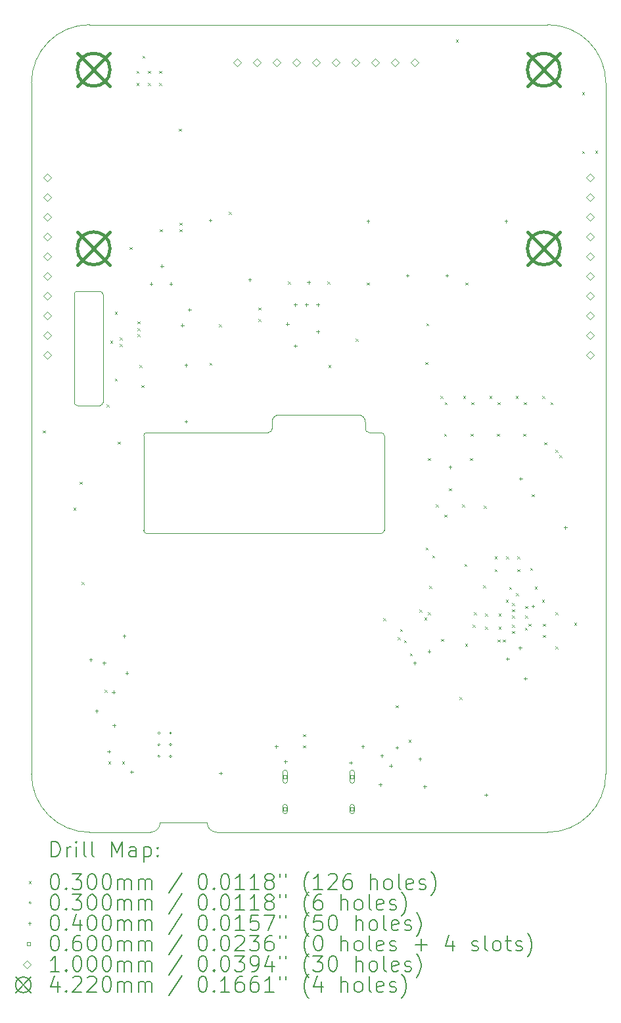
<source format=gbr>
%TF.GenerationSoftware,KiCad,Pcbnew,8.0.4*%
%TF.CreationDate,2024-08-09T22:29:40-04:00*%
%TF.ProjectId,beepy,62656570-792e-46b6-9963-61645f706362,rev?*%
%TF.SameCoordinates,Original*%
%TF.FileFunction,Drillmap*%
%TF.FilePolarity,Positive*%
%FSLAX45Y45*%
G04 Gerber Fmt 4.5, Leading zero omitted, Abs format (unit mm)*
G04 Created by KiCad (PCBNEW 8.0.4) date 2024-08-09 22:29:40*
%MOMM*%
%LPD*%
G01*
G04 APERTURE LIST*
%ADD10C,0.100000*%
%ADD11C,0.200000*%
%ADD12C,0.422000*%
G04 APERTURE END LIST*
D10*
X6854569Y-9333000D02*
G75*
G02*
X6894569Y-9292999I40001J0D01*
G01*
X9954000Y-10552432D02*
G75*
G02*
X9914000Y-10592430I-40000J2D01*
G01*
X6289000Y-7474000D02*
G75*
G02*
X6329000Y-7514000I0J-40000D01*
G01*
X5999000Y-8944000D02*
G75*
G02*
X5959000Y-8904000I0J40000D01*
G01*
X9954000Y-10552432D02*
X9954000Y-9333000D01*
X9759355Y-9292645D02*
G75*
G02*
X9709355Y-9242645I5J50005D01*
G01*
X9914000Y-9293000D02*
G75*
G02*
X9954000Y-9333000I0J-40000D01*
G01*
X9709355Y-9242645D02*
X9709711Y-9153989D01*
X8510011Y-9154711D02*
G75*
G02*
X8598000Y-9066001I88359J351D01*
G01*
X7067612Y-14314612D02*
G75*
G02*
X6942612Y-14439612I-125002J2D01*
G01*
X5409000Y-13690000D02*
X5409000Y-4790000D01*
X6942612Y-14439612D02*
X6159000Y-14440000D01*
X12059000Y-4040000D02*
X6159000Y-4040000D01*
X6329000Y-8904000D02*
G75*
G02*
X6289000Y-8944000I-40000J0D01*
G01*
X8509645Y-9242645D02*
G75*
G02*
X8459645Y-9292645I-50005J5D01*
G01*
X9621000Y-9066000D02*
X8598000Y-9066000D01*
X6854569Y-9333000D02*
X6854569Y-10552431D01*
X9621000Y-9066000D02*
G75*
G02*
X9709720Y-9153989I360J-88360D01*
G01*
X12059000Y-14440000D02*
X7796388Y-14439612D01*
X6289000Y-7474000D02*
X6000000Y-7474000D01*
X6329000Y-7514000D02*
X6329000Y-8904000D01*
X7671388Y-14314612D02*
X7067612Y-14314612D01*
X6289000Y-8944000D02*
X5999000Y-8944000D01*
X9914000Y-9293000D02*
X9759355Y-9292645D01*
X6894569Y-10592432D02*
G75*
G02*
X6854568Y-10552431I1J40002D01*
G01*
X12809000Y-13690000D02*
G75*
G02*
X12059000Y-14440000I-750000J0D01*
G01*
X12059000Y-4040000D02*
G75*
G02*
X12809000Y-4790000I0J-750000D01*
G01*
X6894569Y-10592432D02*
X9914000Y-10592431D01*
X5959000Y-7514000D02*
G75*
G02*
X6000000Y-7474000I40500J-500D01*
G01*
X5409000Y-4790000D02*
G75*
G02*
X6159000Y-4040000I750000J0D01*
G01*
X12809000Y-4790000D02*
X12809000Y-13690000D01*
X6159000Y-14440000D02*
G75*
G02*
X5409000Y-13690000I0J750000D01*
G01*
X7796388Y-14439612D02*
G75*
G02*
X7671388Y-14314612I2J125002D01*
G01*
X8510011Y-9154711D02*
X8509645Y-9242645D01*
X5959000Y-7514000D02*
X5959000Y-8904000D01*
X8459645Y-9292645D02*
X6894569Y-9293000D01*
D11*
D10*
X5557760Y-9266160D02*
X5587760Y-9296160D01*
X5587760Y-9266160D02*
X5557760Y-9296160D01*
X5948920Y-10261840D02*
X5978920Y-10291840D01*
X5978920Y-10261840D02*
X5948920Y-10291840D01*
X6030200Y-9926560D02*
X6060200Y-9956560D01*
X6060200Y-9926560D02*
X6030200Y-9956560D01*
X6055600Y-11216880D02*
X6085600Y-11246880D01*
X6085600Y-11216880D02*
X6055600Y-11246880D01*
X6351000Y-12606000D02*
X6381000Y-12636000D01*
X6381000Y-12606000D02*
X6351000Y-12636000D01*
X6375640Y-8930880D02*
X6405640Y-8960880D01*
X6405640Y-8930880D02*
X6375640Y-8960880D01*
X6397000Y-13530000D02*
X6427000Y-13560000D01*
X6427000Y-13530000D02*
X6397000Y-13560000D01*
X6423000Y-8109000D02*
X6453000Y-8139000D01*
X6453000Y-8109000D02*
X6423000Y-8139000D01*
X6484000Y-7737000D02*
X6514000Y-7767000D01*
X6514000Y-7737000D02*
X6484000Y-7767000D01*
X6484000Y-8598000D02*
X6514000Y-8628000D01*
X6514000Y-8598000D02*
X6484000Y-8628000D01*
X6522960Y-9408400D02*
X6552960Y-9438400D01*
X6552960Y-9408400D02*
X6522960Y-9438400D01*
X6545000Y-8069000D02*
X6575000Y-8099000D01*
X6575000Y-8069000D02*
X6545000Y-8099000D01*
X6547218Y-8150435D02*
X6577218Y-8180435D01*
X6577218Y-8150435D02*
X6547218Y-8180435D01*
X6576000Y-13530000D02*
X6606000Y-13560000D01*
X6606000Y-13530000D02*
X6576000Y-13560000D01*
X6675000Y-6905000D02*
X6705000Y-6935000D01*
X6705000Y-6905000D02*
X6675000Y-6935000D01*
X6763000Y-4634000D02*
X6793000Y-4664000D01*
X6793000Y-4634000D02*
X6763000Y-4664000D01*
X6763000Y-4792000D02*
X6793000Y-4822000D01*
X6793000Y-4792000D02*
X6763000Y-4822000D01*
X6776954Y-7949046D02*
X6806954Y-7979046D01*
X6806954Y-7949046D02*
X6776954Y-7979046D01*
X6776954Y-8024491D02*
X6806954Y-8054491D01*
X6806954Y-8024491D02*
X6776954Y-8054491D01*
X6777000Y-7859000D02*
X6807000Y-7889000D01*
X6807000Y-7859000D02*
X6777000Y-7889000D01*
X6799000Y-8423000D02*
X6829000Y-8453000D01*
X6829000Y-8423000D02*
X6799000Y-8453000D01*
X6824000Y-8680000D02*
X6854000Y-8710000D01*
X6854000Y-8680000D02*
X6824000Y-8710000D01*
X6840000Y-4441000D02*
X6870000Y-4471000D01*
X6870000Y-4441000D02*
X6840000Y-4471000D01*
X6909000Y-4634000D02*
X6939000Y-4664000D01*
X6939000Y-4634000D02*
X6909000Y-4664000D01*
X6909000Y-4792000D02*
X6939000Y-4822000D01*
X6939000Y-4792000D02*
X6909000Y-4822000D01*
X7055000Y-4634000D02*
X7085000Y-4664000D01*
X7085000Y-4634000D02*
X7055000Y-4664000D01*
X7055000Y-4792000D02*
X7085000Y-4822000D01*
X7085000Y-4792000D02*
X7055000Y-4822000D01*
X7062000Y-6673000D02*
X7092000Y-6703000D01*
X7092000Y-6673000D02*
X7062000Y-6703000D01*
X7310360Y-5379960D02*
X7340360Y-5409960D01*
X7340360Y-5379960D02*
X7310360Y-5409960D01*
X7316000Y-6592000D02*
X7346000Y-6622000D01*
X7346000Y-6592000D02*
X7316000Y-6622000D01*
X7316000Y-6673000D02*
X7346000Y-6703000D01*
X7346000Y-6673000D02*
X7316000Y-6703000D01*
X7701520Y-8392400D02*
X7731520Y-8422400D01*
X7731520Y-8392400D02*
X7701520Y-8422400D01*
X7827000Y-7897000D02*
X7857000Y-7927000D01*
X7857000Y-7897000D02*
X7827000Y-7927000D01*
X7951000Y-6450000D02*
X7981000Y-6480000D01*
X7981000Y-6450000D02*
X7951000Y-6480000D01*
X8332000Y-7684000D02*
X8362000Y-7714000D01*
X8362000Y-7684000D02*
X8332000Y-7714000D01*
X8333000Y-7830000D02*
X8363000Y-7860000D01*
X8363000Y-7830000D02*
X8333000Y-7860000D01*
X8713000Y-7347000D02*
X8743000Y-7377000D01*
X8743000Y-7347000D02*
X8713000Y-7377000D01*
X8908000Y-13177000D02*
X8938000Y-13207000D01*
X8938000Y-13177000D02*
X8908000Y-13207000D01*
X8908000Y-13321000D02*
X8938000Y-13351000D01*
X8938000Y-13321000D02*
X8908000Y-13351000D01*
X9221000Y-7347000D02*
X9251000Y-7377000D01*
X9251000Y-7347000D02*
X9221000Y-7377000D01*
X9235680Y-8422880D02*
X9265680Y-8452880D01*
X9265680Y-8422880D02*
X9235680Y-8452880D01*
X9585000Y-8085000D02*
X9615000Y-8115000D01*
X9615000Y-8085000D02*
X9585000Y-8115000D01*
X9729000Y-7360000D02*
X9759000Y-7390000D01*
X9759000Y-7360000D02*
X9729000Y-7390000D01*
X9940000Y-11685000D02*
X9970000Y-11715000D01*
X9970000Y-11685000D02*
X9940000Y-11715000D01*
X10101000Y-12806000D02*
X10131000Y-12836000D01*
X10131000Y-12806000D02*
X10101000Y-12836000D01*
X10128000Y-11929000D02*
X10158000Y-11959000D01*
X10158000Y-11929000D02*
X10128000Y-11959000D01*
X10159000Y-11821000D02*
X10189000Y-11851000D01*
X10189000Y-11821000D02*
X10159000Y-11851000D01*
X10209000Y-11965000D02*
X10239000Y-11995000D01*
X10239000Y-11965000D02*
X10209000Y-11995000D01*
X10267564Y-13251282D02*
X10297564Y-13281282D01*
X10297564Y-13251282D02*
X10267564Y-13281282D01*
X10285000Y-12135000D02*
X10315000Y-12165000D01*
X10315000Y-12135000D02*
X10285000Y-12165000D01*
X10407606Y-11572394D02*
X10437606Y-11602394D01*
X10437606Y-11572394D02*
X10407606Y-11602394D01*
X10472000Y-11673000D02*
X10502000Y-11703000D01*
X10502000Y-11673000D02*
X10472000Y-11703000D01*
X10485000Y-8385000D02*
X10515000Y-8415000D01*
X10515000Y-8385000D02*
X10485000Y-8415000D01*
X10486246Y-10773177D02*
X10516246Y-10803177D01*
X10516246Y-10773177D02*
X10486246Y-10803177D01*
X10495520Y-7884400D02*
X10525520Y-7914400D01*
X10525520Y-7884400D02*
X10495520Y-7914400D01*
X10518000Y-9621125D02*
X10548000Y-9651125D01*
X10548000Y-9621125D02*
X10518000Y-9651125D01*
X10518000Y-11607000D02*
X10548000Y-11637000D01*
X10548000Y-11607000D02*
X10518000Y-11637000D01*
X10536160Y-11267680D02*
X10566160Y-11297680D01*
X10566160Y-11267680D02*
X10536160Y-11297680D01*
X10572000Y-10876000D02*
X10602000Y-10906000D01*
X10602000Y-10876000D02*
X10572000Y-10906000D01*
X10617000Y-10217000D02*
X10647000Y-10247000D01*
X10647000Y-10217000D02*
X10617000Y-10247000D01*
X10677000Y-8822000D02*
X10707000Y-8852000D01*
X10707000Y-8822000D02*
X10677000Y-8852000D01*
X10685000Y-11950000D02*
X10715000Y-11980000D01*
X10715000Y-11950000D02*
X10685000Y-11980000D01*
X10726000Y-9307000D02*
X10756000Y-9337000D01*
X10756000Y-9307000D02*
X10726000Y-9337000D01*
X10727000Y-10350000D02*
X10757000Y-10380000D01*
X10757000Y-10350000D02*
X10727000Y-10380000D01*
X10735000Y-8902000D02*
X10765000Y-8932000D01*
X10765000Y-8902000D02*
X10735000Y-8932000D01*
X10787000Y-10011000D02*
X10817000Y-10041000D01*
X10817000Y-10011000D02*
X10787000Y-10041000D01*
X10876520Y-4231880D02*
X10906520Y-4261880D01*
X10906520Y-4231880D02*
X10876520Y-4261880D01*
X10923000Y-12697000D02*
X10953000Y-12727000D01*
X10953000Y-12697000D02*
X10923000Y-12727000D01*
X10957000Y-10217000D02*
X10987000Y-10247000D01*
X10987000Y-10217000D02*
X10957000Y-10247000D01*
X10969000Y-8822000D02*
X10999000Y-8852000D01*
X10999000Y-8822000D02*
X10969000Y-8852000D01*
X10989000Y-10985000D02*
X11019000Y-11015000D01*
X11019000Y-10985000D02*
X10989000Y-11015000D01*
X10997000Y-12015000D02*
X11027000Y-12045000D01*
X11027000Y-12015000D02*
X10997000Y-12045000D01*
X10999000Y-7362000D02*
X11029000Y-7392000D01*
X11029000Y-7362000D02*
X10999000Y-7392000D01*
X11057000Y-9621125D02*
X11087000Y-9651125D01*
X11087000Y-9621125D02*
X11057000Y-9651125D01*
X11066000Y-9307000D02*
X11096000Y-9337000D01*
X11096000Y-9307000D02*
X11066000Y-9337000D01*
X11075000Y-8902000D02*
X11105000Y-8932000D01*
X11105000Y-8902000D02*
X11075000Y-8932000D01*
X11093000Y-11767000D02*
X11123000Y-11797000D01*
X11123000Y-11767000D02*
X11093000Y-11797000D01*
X11109723Y-11607010D02*
X11139723Y-11637010D01*
X11139723Y-11607010D02*
X11109723Y-11637010D01*
X11228000Y-11258000D02*
X11258000Y-11288000D01*
X11258000Y-11258000D02*
X11228000Y-11288000D01*
X11235000Y-10235000D02*
X11265000Y-10265000D01*
X11265000Y-10235000D02*
X11235000Y-10265000D01*
X11256000Y-11622000D02*
X11286000Y-11652000D01*
X11286000Y-11622000D02*
X11256000Y-11652000D01*
X11256000Y-11792000D02*
X11286000Y-11822000D01*
X11286000Y-11792000D02*
X11256000Y-11822000D01*
X11309000Y-8822000D02*
X11339000Y-8852000D01*
X11339000Y-8822000D02*
X11309000Y-8852000D01*
X11378000Y-10886000D02*
X11408000Y-10916000D01*
X11408000Y-10886000D02*
X11378000Y-10916000D01*
X11378000Y-11054000D02*
X11408000Y-11084000D01*
X11408000Y-11054000D02*
X11378000Y-11084000D01*
X11406000Y-9307000D02*
X11436000Y-9337000D01*
X11436000Y-9307000D02*
X11406000Y-9337000D01*
X11414000Y-11958000D02*
X11444000Y-11988000D01*
X11444000Y-11958000D02*
X11414000Y-11988000D01*
X11415000Y-8902000D02*
X11445000Y-8932000D01*
X11445000Y-8902000D02*
X11415000Y-8932000D01*
X11426000Y-11622000D02*
X11456000Y-11652000D01*
X11456000Y-11622000D02*
X11426000Y-11652000D01*
X11426000Y-11792000D02*
X11456000Y-11822000D01*
X11456000Y-11792000D02*
X11426000Y-11822000D01*
X11481000Y-11957000D02*
X11511000Y-11987000D01*
X11511000Y-11957000D02*
X11481000Y-11987000D01*
X11521000Y-11445000D02*
X11551000Y-11475000D01*
X11551000Y-11445000D02*
X11521000Y-11475000D01*
X11524000Y-10886000D02*
X11554000Y-10916000D01*
X11554000Y-10886000D02*
X11524000Y-10916000D01*
X11561000Y-11282000D02*
X11591000Y-11312000D01*
X11591000Y-11282000D02*
X11561000Y-11312000D01*
X11601000Y-11487000D02*
X11631000Y-11517000D01*
X11631000Y-11487000D02*
X11601000Y-11517000D01*
X11601000Y-11567000D02*
X11631000Y-11597000D01*
X11631000Y-11567000D02*
X11601000Y-11597000D01*
X11601000Y-11650000D02*
X11631000Y-11680000D01*
X11631000Y-11650000D02*
X11601000Y-11680000D01*
X11601000Y-11767000D02*
X11631000Y-11797000D01*
X11631000Y-11767000D02*
X11601000Y-11797000D01*
X11603000Y-11847000D02*
X11633000Y-11877000D01*
X11633000Y-11847000D02*
X11603000Y-11877000D01*
X11649000Y-8822000D02*
X11679000Y-8852000D01*
X11679000Y-8822000D02*
X11649000Y-8852000D01*
X11651000Y-11363000D02*
X11681000Y-11393000D01*
X11681000Y-11363000D02*
X11651000Y-11393000D01*
X11670000Y-10887000D02*
X11700000Y-10917000D01*
X11700000Y-10887000D02*
X11670000Y-10917000D01*
X11670000Y-11052000D02*
X11700000Y-11082000D01*
X11700000Y-11052000D02*
X11670000Y-11082000D01*
X11746000Y-9307000D02*
X11776000Y-9337000D01*
X11776000Y-9307000D02*
X11746000Y-9337000D01*
X11755000Y-8902000D02*
X11785000Y-8932000D01*
X11785000Y-8902000D02*
X11755000Y-8932000D01*
X11767000Y-11807000D02*
X11797000Y-11837000D01*
X11797000Y-11807000D02*
X11767000Y-11837000D01*
X11769000Y-11527000D02*
X11799000Y-11557000D01*
X11799000Y-11527000D02*
X11769000Y-11557000D01*
X11769000Y-11647000D02*
X11799000Y-11677000D01*
X11799000Y-11647000D02*
X11769000Y-11677000D01*
X11813505Y-11756687D02*
X11843505Y-11786687D01*
X11843505Y-11756687D02*
X11813505Y-11786687D01*
X11835000Y-11035000D02*
X11865000Y-11065000D01*
X11865000Y-11035000D02*
X11835000Y-11065000D01*
X11855000Y-10087000D02*
X11885000Y-10117000D01*
X11885000Y-10087000D02*
X11855000Y-10117000D01*
X11892000Y-11276000D02*
X11922000Y-11306000D01*
X11922000Y-11276000D02*
X11892000Y-11306000D01*
X11986000Y-11447000D02*
X12016000Y-11477000D01*
X12016000Y-11447000D02*
X11986000Y-11477000D01*
X11989000Y-8822000D02*
X12019000Y-8852000D01*
X12019000Y-8822000D02*
X11989000Y-8852000D01*
X11998000Y-11754000D02*
X12028000Y-11784000D01*
X12028000Y-11754000D02*
X11998000Y-11784000D01*
X11998000Y-11900000D02*
X12028000Y-11930000D01*
X12028000Y-11900000D02*
X11998000Y-11930000D01*
X12014750Y-9419250D02*
X12044750Y-9449250D01*
X12044750Y-9419250D02*
X12014750Y-9449250D01*
X12095000Y-8902000D02*
X12125000Y-8932000D01*
X12125000Y-8902000D02*
X12095000Y-8932000D01*
X12158000Y-9515000D02*
X12188000Y-9545000D01*
X12188000Y-9515000D02*
X12158000Y-9545000D01*
X12161000Y-11608000D02*
X12191000Y-11638000D01*
X12191000Y-11608000D02*
X12161000Y-11638000D01*
X12161000Y-12046000D02*
X12191000Y-12076000D01*
X12191000Y-12046000D02*
X12161000Y-12076000D01*
X12209866Y-9581040D02*
X12239866Y-9611040D01*
X12239866Y-9581040D02*
X12209866Y-9611040D01*
X12400520Y-11740120D02*
X12430520Y-11770120D01*
X12430520Y-11740120D02*
X12400520Y-11770120D01*
X12501000Y-4910000D02*
X12531000Y-4940000D01*
X12531000Y-4910000D02*
X12501000Y-4940000D01*
X12501000Y-5668000D02*
X12531000Y-5698000D01*
X12531000Y-5668000D02*
X12501000Y-5698000D01*
X12671000Y-5661000D02*
X12701000Y-5691000D01*
X12701000Y-5661000D02*
X12671000Y-5691000D01*
X7065750Y-13162500D02*
G75*
G02*
X7035750Y-13162500I-15000J0D01*
G01*
X7035750Y-13162500D02*
G75*
G02*
X7065750Y-13162500I15000J0D01*
G01*
X7065750Y-13312500D02*
G75*
G02*
X7035750Y-13312500I-15000J0D01*
G01*
X7035750Y-13312500D02*
G75*
G02*
X7065750Y-13312500I15000J0D01*
G01*
X7065750Y-13462500D02*
G75*
G02*
X7035750Y-13462500I-15000J0D01*
G01*
X7035750Y-13462500D02*
G75*
G02*
X7065750Y-13462500I15000J0D01*
G01*
X7215750Y-13162500D02*
G75*
G02*
X7185750Y-13162500I-15000J0D01*
G01*
X7185750Y-13162500D02*
G75*
G02*
X7215750Y-13162500I15000J0D01*
G01*
X7215750Y-13312500D02*
G75*
G02*
X7185750Y-13312500I-15000J0D01*
G01*
X7185750Y-13312500D02*
G75*
G02*
X7215750Y-13312500I15000J0D01*
G01*
X7215750Y-13462500D02*
G75*
G02*
X7185750Y-13462500I-15000J0D01*
G01*
X7185750Y-13462500D02*
G75*
G02*
X7215750Y-13462500I15000J0D01*
G01*
X6172200Y-12197400D02*
X6172200Y-12237400D01*
X6152200Y-12217400D02*
X6192200Y-12217400D01*
X6247000Y-12857000D02*
X6247000Y-12897000D01*
X6227000Y-12877000D02*
X6267000Y-12877000D01*
X6345000Y-12238000D02*
X6345000Y-12278000D01*
X6325000Y-12258000D02*
X6365000Y-12258000D01*
X6405000Y-13379000D02*
X6405000Y-13419000D01*
X6385000Y-13399000D02*
X6425000Y-13399000D01*
X6467000Y-12614000D02*
X6467000Y-12654000D01*
X6447000Y-12634000D02*
X6487000Y-12634000D01*
X6475000Y-13045000D02*
X6475000Y-13085000D01*
X6455000Y-13065000D02*
X6495000Y-13065000D01*
X6604000Y-11892000D02*
X6604000Y-11932000D01*
X6584000Y-11912000D02*
X6624000Y-11912000D01*
X6638000Y-12370000D02*
X6638000Y-12410000D01*
X6618000Y-12390000D02*
X6658000Y-12390000D01*
X6701000Y-13641000D02*
X6701000Y-13681000D01*
X6681000Y-13661000D02*
X6721000Y-13661000D01*
X6950000Y-7357000D02*
X6950000Y-7397000D01*
X6930000Y-7377000D02*
X6970000Y-7377000D01*
X7087650Y-7130000D02*
X7087650Y-7170000D01*
X7067650Y-7150000D02*
X7107650Y-7150000D01*
X7204000Y-7357000D02*
X7204000Y-7397000D01*
X7184000Y-7377000D02*
X7224000Y-7377000D01*
X7351000Y-7890000D02*
X7351000Y-7930000D01*
X7331000Y-7910000D02*
X7371000Y-7910000D01*
X7400000Y-8402640D02*
X7400000Y-8442640D01*
X7380000Y-8422640D02*
X7420000Y-8422640D01*
X7400000Y-9130000D02*
X7400000Y-9170000D01*
X7380000Y-9150000D02*
X7420000Y-9150000D01*
X7446000Y-7689000D02*
X7446000Y-7729000D01*
X7426000Y-7709000D02*
X7466000Y-7709000D01*
X7712000Y-6538000D02*
X7712000Y-6578000D01*
X7692000Y-6558000D02*
X7732000Y-6558000D01*
X7847000Y-13660000D02*
X7847000Y-13700000D01*
X7827000Y-13680000D02*
X7867000Y-13680000D01*
X8220000Y-7304000D02*
X8220000Y-7344000D01*
X8200000Y-7324000D02*
X8240000Y-7324000D01*
X8562000Y-13316000D02*
X8562000Y-13356000D01*
X8542000Y-13336000D02*
X8582000Y-13336000D01*
X8680000Y-13508000D02*
X8680000Y-13548000D01*
X8660000Y-13528000D02*
X8700000Y-13528000D01*
X8706000Y-7875000D02*
X8706000Y-7915000D01*
X8686000Y-7895000D02*
X8726000Y-7895000D01*
X8807000Y-7625180D02*
X8807000Y-7665180D01*
X8787000Y-7645180D02*
X8827000Y-7645180D01*
X8809000Y-8156000D02*
X8809000Y-8196000D01*
X8789000Y-8176000D02*
X8829000Y-8176000D01*
X8953000Y-7625180D02*
X8953000Y-7665180D01*
X8933000Y-7645180D02*
X8973000Y-7645180D01*
X8981000Y-7337000D02*
X8981000Y-7377000D01*
X8961000Y-7357000D02*
X9001000Y-7357000D01*
X9098820Y-7625180D02*
X9098820Y-7665180D01*
X9078820Y-7645180D02*
X9118820Y-7645180D01*
X9099000Y-7972000D02*
X9099000Y-8012000D01*
X9079000Y-7992000D02*
X9119000Y-7992000D01*
X9522000Y-13524000D02*
X9522000Y-13564000D01*
X9502000Y-13544000D02*
X9542000Y-13544000D01*
X9676000Y-13316000D02*
X9676000Y-13356000D01*
X9656000Y-13336000D02*
X9696000Y-13336000D01*
X9745000Y-6550000D02*
X9745000Y-6590000D01*
X9725000Y-6570000D02*
X9765000Y-6570000D01*
X9904000Y-13805000D02*
X9904000Y-13845000D01*
X9884000Y-13825000D02*
X9924000Y-13825000D01*
X9922000Y-13434000D02*
X9922000Y-13474000D01*
X9902000Y-13454000D02*
X9942000Y-13454000D01*
X10037000Y-13562000D02*
X10037000Y-13602000D01*
X10017000Y-13582000D02*
X10057000Y-13582000D01*
X10118000Y-13328000D02*
X10118000Y-13368000D01*
X10098000Y-13348000D02*
X10138000Y-13348000D01*
X10252000Y-7250000D02*
X10252000Y-7290000D01*
X10232000Y-7270000D02*
X10272000Y-7270000D01*
X10346000Y-12240000D02*
X10346000Y-12280000D01*
X10326000Y-12260000D02*
X10366000Y-12260000D01*
X10414000Y-13475000D02*
X10414000Y-13515000D01*
X10394000Y-13495000D02*
X10434000Y-13495000D01*
X10475000Y-13830000D02*
X10475000Y-13870000D01*
X10455000Y-13850000D02*
X10495000Y-13850000D01*
X10533000Y-12091000D02*
X10533000Y-12131000D01*
X10513000Y-12111000D02*
X10553000Y-12111000D01*
X10760000Y-7250000D02*
X10760000Y-7290000D01*
X10740000Y-7270000D02*
X10780000Y-7270000D01*
X10803875Y-9716125D02*
X10803875Y-9756125D01*
X10783875Y-9736125D02*
X10823875Y-9736125D01*
X11265000Y-13938000D02*
X11265000Y-13978000D01*
X11245000Y-13958000D02*
X11285000Y-13958000D01*
X11523000Y-6549000D02*
X11523000Y-6589000D01*
X11503000Y-6569000D02*
X11543000Y-6569000D01*
X11541704Y-12186000D02*
X11541704Y-12226000D01*
X11521704Y-12206000D02*
X11561704Y-12206000D01*
X11703000Y-12045000D02*
X11703000Y-12085000D01*
X11683000Y-12065000D02*
X11723000Y-12065000D01*
X11713000Y-9867000D02*
X11713000Y-9907000D01*
X11693000Y-9887000D02*
X11733000Y-9887000D01*
X11772000Y-12440000D02*
X11772000Y-12480000D01*
X11752000Y-12460000D02*
X11792000Y-12460000D01*
X11870000Y-11508000D02*
X11870000Y-11548000D01*
X11850000Y-11528000D02*
X11890000Y-11528000D01*
X12286000Y-10496000D02*
X12286000Y-10536000D01*
X12266000Y-10516000D02*
X12306000Y-10516000D01*
X8698213Y-13744213D02*
X8698213Y-13701787D01*
X8655787Y-13701787D01*
X8655787Y-13744213D01*
X8698213Y-13744213D01*
X8707000Y-13778000D02*
X8707000Y-13668000D01*
X8647000Y-13668000D02*
G75*
G02*
X8707000Y-13668000I30000J0D01*
G01*
X8647000Y-13668000D02*
X8647000Y-13778000D01*
X8647000Y-13778000D02*
G75*
G03*
X8707000Y-13778000I30000J0D01*
G01*
X8698213Y-14162213D02*
X8698213Y-14119787D01*
X8655787Y-14119787D01*
X8655787Y-14162213D01*
X8698213Y-14162213D01*
X8707000Y-14171000D02*
X8707000Y-14111000D01*
X8647000Y-14111000D02*
G75*
G02*
X8707000Y-14111000I30000J0D01*
G01*
X8647000Y-14111000D02*
X8647000Y-14171000D01*
X8647000Y-14171000D02*
G75*
G03*
X8707000Y-14171000I30000J0D01*
G01*
X9562213Y-13744213D02*
X9562213Y-13701787D01*
X9519787Y-13701787D01*
X9519787Y-13744213D01*
X9562213Y-13744213D01*
X9571000Y-13778000D02*
X9571000Y-13668000D01*
X9511000Y-13668000D02*
G75*
G02*
X9571000Y-13668000I30000J0D01*
G01*
X9511000Y-13668000D02*
X9511000Y-13778000D01*
X9511000Y-13778000D02*
G75*
G03*
X9571000Y-13778000I30000J0D01*
G01*
X9562213Y-14162213D02*
X9562213Y-14119787D01*
X9519787Y-14119787D01*
X9519787Y-14162213D01*
X9562213Y-14162213D01*
X9571000Y-14171000D02*
X9571000Y-14111000D01*
X9511000Y-14111000D02*
G75*
G02*
X9571000Y-14111000I30000J0D01*
G01*
X9511000Y-14111000D02*
X9511000Y-14171000D01*
X9511000Y-14171000D02*
G75*
G03*
X9571000Y-14171000I30000J0D01*
G01*
X5614000Y-6059000D02*
X5664000Y-6009000D01*
X5614000Y-5959000D01*
X5564000Y-6009000D01*
X5614000Y-6059000D01*
X5614000Y-6313000D02*
X5664000Y-6263000D01*
X5614000Y-6213000D01*
X5564000Y-6263000D01*
X5614000Y-6313000D01*
X5614000Y-6567000D02*
X5664000Y-6517000D01*
X5614000Y-6467000D01*
X5564000Y-6517000D01*
X5614000Y-6567000D01*
X5614000Y-6821000D02*
X5664000Y-6771000D01*
X5614000Y-6721000D01*
X5564000Y-6771000D01*
X5614000Y-6821000D01*
X5614000Y-7075000D02*
X5664000Y-7025000D01*
X5614000Y-6975000D01*
X5564000Y-7025000D01*
X5614000Y-7075000D01*
X5614000Y-7329000D02*
X5664000Y-7279000D01*
X5614000Y-7229000D01*
X5564000Y-7279000D01*
X5614000Y-7329000D01*
X5614000Y-7583000D02*
X5664000Y-7533000D01*
X5614000Y-7483000D01*
X5564000Y-7533000D01*
X5614000Y-7583000D01*
X5614000Y-7837000D02*
X5664000Y-7787000D01*
X5614000Y-7737000D01*
X5564000Y-7787000D01*
X5614000Y-7837000D01*
X5614000Y-8091000D02*
X5664000Y-8041000D01*
X5614000Y-7991000D01*
X5564000Y-8041000D01*
X5614000Y-8091000D01*
X5614000Y-8345000D02*
X5664000Y-8295000D01*
X5614000Y-8245000D01*
X5564000Y-8295000D01*
X5614000Y-8345000D01*
X8061000Y-4575000D02*
X8111000Y-4525000D01*
X8061000Y-4475000D01*
X8011000Y-4525000D01*
X8061000Y-4575000D01*
X8315000Y-4575000D02*
X8365000Y-4525000D01*
X8315000Y-4475000D01*
X8265000Y-4525000D01*
X8315000Y-4575000D01*
X8569000Y-4575000D02*
X8619000Y-4525000D01*
X8569000Y-4475000D01*
X8519000Y-4525000D01*
X8569000Y-4575000D01*
X8823000Y-4575000D02*
X8873000Y-4525000D01*
X8823000Y-4475000D01*
X8773000Y-4525000D01*
X8823000Y-4575000D01*
X9077000Y-4575000D02*
X9127000Y-4525000D01*
X9077000Y-4475000D01*
X9027000Y-4525000D01*
X9077000Y-4575000D01*
X9331000Y-4575000D02*
X9381000Y-4525000D01*
X9331000Y-4475000D01*
X9281000Y-4525000D01*
X9331000Y-4575000D01*
X9585000Y-4575000D02*
X9635000Y-4525000D01*
X9585000Y-4475000D01*
X9535000Y-4525000D01*
X9585000Y-4575000D01*
X9839000Y-4575000D02*
X9889000Y-4525000D01*
X9839000Y-4475000D01*
X9789000Y-4525000D01*
X9839000Y-4575000D01*
X10093000Y-4575000D02*
X10143000Y-4525000D01*
X10093000Y-4475000D01*
X10043000Y-4525000D01*
X10093000Y-4575000D01*
X10347000Y-4575000D02*
X10397000Y-4525000D01*
X10347000Y-4475000D01*
X10297000Y-4525000D01*
X10347000Y-4575000D01*
X12604000Y-6059000D02*
X12654000Y-6009000D01*
X12604000Y-5959000D01*
X12554000Y-6009000D01*
X12604000Y-6059000D01*
X12604000Y-6313000D02*
X12654000Y-6263000D01*
X12604000Y-6213000D01*
X12554000Y-6263000D01*
X12604000Y-6313000D01*
X12604000Y-6567000D02*
X12654000Y-6517000D01*
X12604000Y-6467000D01*
X12554000Y-6517000D01*
X12604000Y-6567000D01*
X12604000Y-6821000D02*
X12654000Y-6771000D01*
X12604000Y-6721000D01*
X12554000Y-6771000D01*
X12604000Y-6821000D01*
X12604000Y-7075000D02*
X12654000Y-7025000D01*
X12604000Y-6975000D01*
X12554000Y-7025000D01*
X12604000Y-7075000D01*
X12604000Y-7329000D02*
X12654000Y-7279000D01*
X12604000Y-7229000D01*
X12554000Y-7279000D01*
X12604000Y-7329000D01*
X12604000Y-7583000D02*
X12654000Y-7533000D01*
X12604000Y-7483000D01*
X12554000Y-7533000D01*
X12604000Y-7583000D01*
X12604000Y-7837000D02*
X12654000Y-7787000D01*
X12604000Y-7737000D01*
X12554000Y-7787000D01*
X12604000Y-7837000D01*
X12604000Y-8091000D02*
X12654000Y-8041000D01*
X12604000Y-7991000D01*
X12554000Y-8041000D01*
X12604000Y-8091000D01*
X12604000Y-8345000D02*
X12654000Y-8295000D01*
X12604000Y-8245000D01*
X12554000Y-8295000D01*
X12604000Y-8345000D01*
D12*
X5999000Y-4409000D02*
X6421000Y-4831000D01*
X6421000Y-4409000D02*
X5999000Y-4831000D01*
X6421000Y-4620000D02*
G75*
G02*
X5999000Y-4620000I-211000J0D01*
G01*
X5999000Y-4620000D02*
G75*
G02*
X6421000Y-4620000I211000J0D01*
G01*
X5999000Y-6709000D02*
X6421000Y-7131000D01*
X6421000Y-6709000D02*
X5999000Y-7131000D01*
X6421000Y-6920000D02*
G75*
G02*
X5999000Y-6920000I-211000J0D01*
G01*
X5999000Y-6920000D02*
G75*
G02*
X6421000Y-6920000I211000J0D01*
G01*
X11799000Y-4409000D02*
X12221000Y-4831000D01*
X12221000Y-4409000D02*
X11799000Y-4831000D01*
X12221000Y-4620000D02*
G75*
G02*
X11799000Y-4620000I-211000J0D01*
G01*
X11799000Y-4620000D02*
G75*
G02*
X12221000Y-4620000I211000J0D01*
G01*
X11799000Y-6709000D02*
X12221000Y-7131000D01*
X12221000Y-6709000D02*
X11799000Y-7131000D01*
X12221000Y-6920000D02*
G75*
G02*
X11799000Y-6920000I-211000J0D01*
G01*
X11799000Y-6920000D02*
G75*
G02*
X12221000Y-6920000I211000J0D01*
G01*
D11*
X5664777Y-14756484D02*
X5664777Y-14556484D01*
X5664777Y-14556484D02*
X5712396Y-14556484D01*
X5712396Y-14556484D02*
X5740967Y-14566008D01*
X5740967Y-14566008D02*
X5760015Y-14585055D01*
X5760015Y-14585055D02*
X5769539Y-14604103D01*
X5769539Y-14604103D02*
X5779062Y-14642198D01*
X5779062Y-14642198D02*
X5779062Y-14670769D01*
X5779062Y-14670769D02*
X5769539Y-14708865D01*
X5769539Y-14708865D02*
X5760015Y-14727912D01*
X5760015Y-14727912D02*
X5740967Y-14746960D01*
X5740967Y-14746960D02*
X5712396Y-14756484D01*
X5712396Y-14756484D02*
X5664777Y-14756484D01*
X5864777Y-14756484D02*
X5864777Y-14623150D01*
X5864777Y-14661246D02*
X5874301Y-14642198D01*
X5874301Y-14642198D02*
X5883824Y-14632674D01*
X5883824Y-14632674D02*
X5902872Y-14623150D01*
X5902872Y-14623150D02*
X5921920Y-14623150D01*
X5988586Y-14756484D02*
X5988586Y-14623150D01*
X5988586Y-14556484D02*
X5979062Y-14566008D01*
X5979062Y-14566008D02*
X5988586Y-14575531D01*
X5988586Y-14575531D02*
X5998110Y-14566008D01*
X5998110Y-14566008D02*
X5988586Y-14556484D01*
X5988586Y-14556484D02*
X5988586Y-14575531D01*
X6112396Y-14756484D02*
X6093348Y-14746960D01*
X6093348Y-14746960D02*
X6083824Y-14727912D01*
X6083824Y-14727912D02*
X6083824Y-14556484D01*
X6217158Y-14756484D02*
X6198110Y-14746960D01*
X6198110Y-14746960D02*
X6188586Y-14727912D01*
X6188586Y-14727912D02*
X6188586Y-14556484D01*
X6445729Y-14756484D02*
X6445729Y-14556484D01*
X6445729Y-14556484D02*
X6512396Y-14699341D01*
X6512396Y-14699341D02*
X6579062Y-14556484D01*
X6579062Y-14556484D02*
X6579062Y-14756484D01*
X6760015Y-14756484D02*
X6760015Y-14651722D01*
X6760015Y-14651722D02*
X6750491Y-14632674D01*
X6750491Y-14632674D02*
X6731443Y-14623150D01*
X6731443Y-14623150D02*
X6693348Y-14623150D01*
X6693348Y-14623150D02*
X6674301Y-14632674D01*
X6760015Y-14746960D02*
X6740967Y-14756484D01*
X6740967Y-14756484D02*
X6693348Y-14756484D01*
X6693348Y-14756484D02*
X6674301Y-14746960D01*
X6674301Y-14746960D02*
X6664777Y-14727912D01*
X6664777Y-14727912D02*
X6664777Y-14708865D01*
X6664777Y-14708865D02*
X6674301Y-14689817D01*
X6674301Y-14689817D02*
X6693348Y-14680293D01*
X6693348Y-14680293D02*
X6740967Y-14680293D01*
X6740967Y-14680293D02*
X6760015Y-14670769D01*
X6855253Y-14623150D02*
X6855253Y-14823150D01*
X6855253Y-14632674D02*
X6874301Y-14623150D01*
X6874301Y-14623150D02*
X6912396Y-14623150D01*
X6912396Y-14623150D02*
X6931443Y-14632674D01*
X6931443Y-14632674D02*
X6940967Y-14642198D01*
X6940967Y-14642198D02*
X6950491Y-14661246D01*
X6950491Y-14661246D02*
X6950491Y-14718388D01*
X6950491Y-14718388D02*
X6940967Y-14737436D01*
X6940967Y-14737436D02*
X6931443Y-14746960D01*
X6931443Y-14746960D02*
X6912396Y-14756484D01*
X6912396Y-14756484D02*
X6874301Y-14756484D01*
X6874301Y-14756484D02*
X6855253Y-14746960D01*
X7036205Y-14737436D02*
X7045729Y-14746960D01*
X7045729Y-14746960D02*
X7036205Y-14756484D01*
X7036205Y-14756484D02*
X7026682Y-14746960D01*
X7026682Y-14746960D02*
X7036205Y-14737436D01*
X7036205Y-14737436D02*
X7036205Y-14756484D01*
X7036205Y-14632674D02*
X7045729Y-14642198D01*
X7045729Y-14642198D02*
X7036205Y-14651722D01*
X7036205Y-14651722D02*
X7026682Y-14642198D01*
X7026682Y-14642198D02*
X7036205Y-14632674D01*
X7036205Y-14632674D02*
X7036205Y-14651722D01*
D10*
X5374000Y-15070000D02*
X5404000Y-15100000D01*
X5404000Y-15070000D02*
X5374000Y-15100000D01*
D11*
X5702872Y-14976484D02*
X5721920Y-14976484D01*
X5721920Y-14976484D02*
X5740967Y-14986008D01*
X5740967Y-14986008D02*
X5750491Y-14995531D01*
X5750491Y-14995531D02*
X5760015Y-15014579D01*
X5760015Y-15014579D02*
X5769539Y-15052674D01*
X5769539Y-15052674D02*
X5769539Y-15100293D01*
X5769539Y-15100293D02*
X5760015Y-15138388D01*
X5760015Y-15138388D02*
X5750491Y-15157436D01*
X5750491Y-15157436D02*
X5740967Y-15166960D01*
X5740967Y-15166960D02*
X5721920Y-15176484D01*
X5721920Y-15176484D02*
X5702872Y-15176484D01*
X5702872Y-15176484D02*
X5683824Y-15166960D01*
X5683824Y-15166960D02*
X5674301Y-15157436D01*
X5674301Y-15157436D02*
X5664777Y-15138388D01*
X5664777Y-15138388D02*
X5655253Y-15100293D01*
X5655253Y-15100293D02*
X5655253Y-15052674D01*
X5655253Y-15052674D02*
X5664777Y-15014579D01*
X5664777Y-15014579D02*
X5674301Y-14995531D01*
X5674301Y-14995531D02*
X5683824Y-14986008D01*
X5683824Y-14986008D02*
X5702872Y-14976484D01*
X5855253Y-15157436D02*
X5864777Y-15166960D01*
X5864777Y-15166960D02*
X5855253Y-15176484D01*
X5855253Y-15176484D02*
X5845729Y-15166960D01*
X5845729Y-15166960D02*
X5855253Y-15157436D01*
X5855253Y-15157436D02*
X5855253Y-15176484D01*
X5931443Y-14976484D02*
X6055253Y-14976484D01*
X6055253Y-14976484D02*
X5988586Y-15052674D01*
X5988586Y-15052674D02*
X6017158Y-15052674D01*
X6017158Y-15052674D02*
X6036205Y-15062198D01*
X6036205Y-15062198D02*
X6045729Y-15071722D01*
X6045729Y-15071722D02*
X6055253Y-15090769D01*
X6055253Y-15090769D02*
X6055253Y-15138388D01*
X6055253Y-15138388D02*
X6045729Y-15157436D01*
X6045729Y-15157436D02*
X6036205Y-15166960D01*
X6036205Y-15166960D02*
X6017158Y-15176484D01*
X6017158Y-15176484D02*
X5960015Y-15176484D01*
X5960015Y-15176484D02*
X5940967Y-15166960D01*
X5940967Y-15166960D02*
X5931443Y-15157436D01*
X6179062Y-14976484D02*
X6198110Y-14976484D01*
X6198110Y-14976484D02*
X6217158Y-14986008D01*
X6217158Y-14986008D02*
X6226682Y-14995531D01*
X6226682Y-14995531D02*
X6236205Y-15014579D01*
X6236205Y-15014579D02*
X6245729Y-15052674D01*
X6245729Y-15052674D02*
X6245729Y-15100293D01*
X6245729Y-15100293D02*
X6236205Y-15138388D01*
X6236205Y-15138388D02*
X6226682Y-15157436D01*
X6226682Y-15157436D02*
X6217158Y-15166960D01*
X6217158Y-15166960D02*
X6198110Y-15176484D01*
X6198110Y-15176484D02*
X6179062Y-15176484D01*
X6179062Y-15176484D02*
X6160015Y-15166960D01*
X6160015Y-15166960D02*
X6150491Y-15157436D01*
X6150491Y-15157436D02*
X6140967Y-15138388D01*
X6140967Y-15138388D02*
X6131443Y-15100293D01*
X6131443Y-15100293D02*
X6131443Y-15052674D01*
X6131443Y-15052674D02*
X6140967Y-15014579D01*
X6140967Y-15014579D02*
X6150491Y-14995531D01*
X6150491Y-14995531D02*
X6160015Y-14986008D01*
X6160015Y-14986008D02*
X6179062Y-14976484D01*
X6369539Y-14976484D02*
X6388586Y-14976484D01*
X6388586Y-14976484D02*
X6407634Y-14986008D01*
X6407634Y-14986008D02*
X6417158Y-14995531D01*
X6417158Y-14995531D02*
X6426682Y-15014579D01*
X6426682Y-15014579D02*
X6436205Y-15052674D01*
X6436205Y-15052674D02*
X6436205Y-15100293D01*
X6436205Y-15100293D02*
X6426682Y-15138388D01*
X6426682Y-15138388D02*
X6417158Y-15157436D01*
X6417158Y-15157436D02*
X6407634Y-15166960D01*
X6407634Y-15166960D02*
X6388586Y-15176484D01*
X6388586Y-15176484D02*
X6369539Y-15176484D01*
X6369539Y-15176484D02*
X6350491Y-15166960D01*
X6350491Y-15166960D02*
X6340967Y-15157436D01*
X6340967Y-15157436D02*
X6331443Y-15138388D01*
X6331443Y-15138388D02*
X6321920Y-15100293D01*
X6321920Y-15100293D02*
X6321920Y-15052674D01*
X6321920Y-15052674D02*
X6331443Y-15014579D01*
X6331443Y-15014579D02*
X6340967Y-14995531D01*
X6340967Y-14995531D02*
X6350491Y-14986008D01*
X6350491Y-14986008D02*
X6369539Y-14976484D01*
X6521920Y-15176484D02*
X6521920Y-15043150D01*
X6521920Y-15062198D02*
X6531443Y-15052674D01*
X6531443Y-15052674D02*
X6550491Y-15043150D01*
X6550491Y-15043150D02*
X6579063Y-15043150D01*
X6579063Y-15043150D02*
X6598110Y-15052674D01*
X6598110Y-15052674D02*
X6607634Y-15071722D01*
X6607634Y-15071722D02*
X6607634Y-15176484D01*
X6607634Y-15071722D02*
X6617158Y-15052674D01*
X6617158Y-15052674D02*
X6636205Y-15043150D01*
X6636205Y-15043150D02*
X6664777Y-15043150D01*
X6664777Y-15043150D02*
X6683824Y-15052674D01*
X6683824Y-15052674D02*
X6693348Y-15071722D01*
X6693348Y-15071722D02*
X6693348Y-15176484D01*
X6788586Y-15176484D02*
X6788586Y-15043150D01*
X6788586Y-15062198D02*
X6798110Y-15052674D01*
X6798110Y-15052674D02*
X6817158Y-15043150D01*
X6817158Y-15043150D02*
X6845729Y-15043150D01*
X6845729Y-15043150D02*
X6864777Y-15052674D01*
X6864777Y-15052674D02*
X6874301Y-15071722D01*
X6874301Y-15071722D02*
X6874301Y-15176484D01*
X6874301Y-15071722D02*
X6883824Y-15052674D01*
X6883824Y-15052674D02*
X6902872Y-15043150D01*
X6902872Y-15043150D02*
X6931443Y-15043150D01*
X6931443Y-15043150D02*
X6950491Y-15052674D01*
X6950491Y-15052674D02*
X6960015Y-15071722D01*
X6960015Y-15071722D02*
X6960015Y-15176484D01*
X7350491Y-14966960D02*
X7179063Y-15224103D01*
X7607634Y-14976484D02*
X7626682Y-14976484D01*
X7626682Y-14976484D02*
X7645729Y-14986008D01*
X7645729Y-14986008D02*
X7655253Y-14995531D01*
X7655253Y-14995531D02*
X7664777Y-15014579D01*
X7664777Y-15014579D02*
X7674301Y-15052674D01*
X7674301Y-15052674D02*
X7674301Y-15100293D01*
X7674301Y-15100293D02*
X7664777Y-15138388D01*
X7664777Y-15138388D02*
X7655253Y-15157436D01*
X7655253Y-15157436D02*
X7645729Y-15166960D01*
X7645729Y-15166960D02*
X7626682Y-15176484D01*
X7626682Y-15176484D02*
X7607634Y-15176484D01*
X7607634Y-15176484D02*
X7588586Y-15166960D01*
X7588586Y-15166960D02*
X7579063Y-15157436D01*
X7579063Y-15157436D02*
X7569539Y-15138388D01*
X7569539Y-15138388D02*
X7560015Y-15100293D01*
X7560015Y-15100293D02*
X7560015Y-15052674D01*
X7560015Y-15052674D02*
X7569539Y-15014579D01*
X7569539Y-15014579D02*
X7579063Y-14995531D01*
X7579063Y-14995531D02*
X7588586Y-14986008D01*
X7588586Y-14986008D02*
X7607634Y-14976484D01*
X7760015Y-15157436D02*
X7769539Y-15166960D01*
X7769539Y-15166960D02*
X7760015Y-15176484D01*
X7760015Y-15176484D02*
X7750491Y-15166960D01*
X7750491Y-15166960D02*
X7760015Y-15157436D01*
X7760015Y-15157436D02*
X7760015Y-15176484D01*
X7893348Y-14976484D02*
X7912396Y-14976484D01*
X7912396Y-14976484D02*
X7931444Y-14986008D01*
X7931444Y-14986008D02*
X7940967Y-14995531D01*
X7940967Y-14995531D02*
X7950491Y-15014579D01*
X7950491Y-15014579D02*
X7960015Y-15052674D01*
X7960015Y-15052674D02*
X7960015Y-15100293D01*
X7960015Y-15100293D02*
X7950491Y-15138388D01*
X7950491Y-15138388D02*
X7940967Y-15157436D01*
X7940967Y-15157436D02*
X7931444Y-15166960D01*
X7931444Y-15166960D02*
X7912396Y-15176484D01*
X7912396Y-15176484D02*
X7893348Y-15176484D01*
X7893348Y-15176484D02*
X7874301Y-15166960D01*
X7874301Y-15166960D02*
X7864777Y-15157436D01*
X7864777Y-15157436D02*
X7855253Y-15138388D01*
X7855253Y-15138388D02*
X7845729Y-15100293D01*
X7845729Y-15100293D02*
X7845729Y-15052674D01*
X7845729Y-15052674D02*
X7855253Y-15014579D01*
X7855253Y-15014579D02*
X7864777Y-14995531D01*
X7864777Y-14995531D02*
X7874301Y-14986008D01*
X7874301Y-14986008D02*
X7893348Y-14976484D01*
X8150491Y-15176484D02*
X8036206Y-15176484D01*
X8093348Y-15176484D02*
X8093348Y-14976484D01*
X8093348Y-14976484D02*
X8074301Y-15005055D01*
X8074301Y-15005055D02*
X8055253Y-15024103D01*
X8055253Y-15024103D02*
X8036206Y-15033627D01*
X8340967Y-15176484D02*
X8226682Y-15176484D01*
X8283825Y-15176484D02*
X8283825Y-14976484D01*
X8283825Y-14976484D02*
X8264777Y-15005055D01*
X8264777Y-15005055D02*
X8245729Y-15024103D01*
X8245729Y-15024103D02*
X8226682Y-15033627D01*
X8455253Y-15062198D02*
X8436206Y-15052674D01*
X8436206Y-15052674D02*
X8426682Y-15043150D01*
X8426682Y-15043150D02*
X8417158Y-15024103D01*
X8417158Y-15024103D02*
X8417158Y-15014579D01*
X8417158Y-15014579D02*
X8426682Y-14995531D01*
X8426682Y-14995531D02*
X8436206Y-14986008D01*
X8436206Y-14986008D02*
X8455253Y-14976484D01*
X8455253Y-14976484D02*
X8493349Y-14976484D01*
X8493349Y-14976484D02*
X8512396Y-14986008D01*
X8512396Y-14986008D02*
X8521920Y-14995531D01*
X8521920Y-14995531D02*
X8531444Y-15014579D01*
X8531444Y-15014579D02*
X8531444Y-15024103D01*
X8531444Y-15024103D02*
X8521920Y-15043150D01*
X8521920Y-15043150D02*
X8512396Y-15052674D01*
X8512396Y-15052674D02*
X8493349Y-15062198D01*
X8493349Y-15062198D02*
X8455253Y-15062198D01*
X8455253Y-15062198D02*
X8436206Y-15071722D01*
X8436206Y-15071722D02*
X8426682Y-15081246D01*
X8426682Y-15081246D02*
X8417158Y-15100293D01*
X8417158Y-15100293D02*
X8417158Y-15138388D01*
X8417158Y-15138388D02*
X8426682Y-15157436D01*
X8426682Y-15157436D02*
X8436206Y-15166960D01*
X8436206Y-15166960D02*
X8455253Y-15176484D01*
X8455253Y-15176484D02*
X8493349Y-15176484D01*
X8493349Y-15176484D02*
X8512396Y-15166960D01*
X8512396Y-15166960D02*
X8521920Y-15157436D01*
X8521920Y-15157436D02*
X8531444Y-15138388D01*
X8531444Y-15138388D02*
X8531444Y-15100293D01*
X8531444Y-15100293D02*
X8521920Y-15081246D01*
X8521920Y-15081246D02*
X8512396Y-15071722D01*
X8512396Y-15071722D02*
X8493349Y-15062198D01*
X8607634Y-14976484D02*
X8607634Y-15014579D01*
X8683825Y-14976484D02*
X8683825Y-15014579D01*
X8979063Y-15252674D02*
X8969539Y-15243150D01*
X8969539Y-15243150D02*
X8950491Y-15214579D01*
X8950491Y-15214579D02*
X8940968Y-15195531D01*
X8940968Y-15195531D02*
X8931444Y-15166960D01*
X8931444Y-15166960D02*
X8921920Y-15119341D01*
X8921920Y-15119341D02*
X8921920Y-15081246D01*
X8921920Y-15081246D02*
X8931444Y-15033627D01*
X8931444Y-15033627D02*
X8940968Y-15005055D01*
X8940968Y-15005055D02*
X8950491Y-14986008D01*
X8950491Y-14986008D02*
X8969539Y-14957436D01*
X8969539Y-14957436D02*
X8979063Y-14947912D01*
X9160015Y-15176484D02*
X9045730Y-15176484D01*
X9102872Y-15176484D02*
X9102872Y-14976484D01*
X9102872Y-14976484D02*
X9083825Y-15005055D01*
X9083825Y-15005055D02*
X9064777Y-15024103D01*
X9064777Y-15024103D02*
X9045730Y-15033627D01*
X9236206Y-14995531D02*
X9245730Y-14986008D01*
X9245730Y-14986008D02*
X9264777Y-14976484D01*
X9264777Y-14976484D02*
X9312396Y-14976484D01*
X9312396Y-14976484D02*
X9331444Y-14986008D01*
X9331444Y-14986008D02*
X9340968Y-14995531D01*
X9340968Y-14995531D02*
X9350491Y-15014579D01*
X9350491Y-15014579D02*
X9350491Y-15033627D01*
X9350491Y-15033627D02*
X9340968Y-15062198D01*
X9340968Y-15062198D02*
X9226682Y-15176484D01*
X9226682Y-15176484D02*
X9350491Y-15176484D01*
X9521920Y-14976484D02*
X9483825Y-14976484D01*
X9483825Y-14976484D02*
X9464777Y-14986008D01*
X9464777Y-14986008D02*
X9455253Y-14995531D01*
X9455253Y-14995531D02*
X9436206Y-15024103D01*
X9436206Y-15024103D02*
X9426682Y-15062198D01*
X9426682Y-15062198D02*
X9426682Y-15138388D01*
X9426682Y-15138388D02*
X9436206Y-15157436D01*
X9436206Y-15157436D02*
X9445730Y-15166960D01*
X9445730Y-15166960D02*
X9464777Y-15176484D01*
X9464777Y-15176484D02*
X9502872Y-15176484D01*
X9502872Y-15176484D02*
X9521920Y-15166960D01*
X9521920Y-15166960D02*
X9531444Y-15157436D01*
X9531444Y-15157436D02*
X9540968Y-15138388D01*
X9540968Y-15138388D02*
X9540968Y-15090769D01*
X9540968Y-15090769D02*
X9531444Y-15071722D01*
X9531444Y-15071722D02*
X9521920Y-15062198D01*
X9521920Y-15062198D02*
X9502872Y-15052674D01*
X9502872Y-15052674D02*
X9464777Y-15052674D01*
X9464777Y-15052674D02*
X9445730Y-15062198D01*
X9445730Y-15062198D02*
X9436206Y-15071722D01*
X9436206Y-15071722D02*
X9426682Y-15090769D01*
X9779063Y-15176484D02*
X9779063Y-14976484D01*
X9864777Y-15176484D02*
X9864777Y-15071722D01*
X9864777Y-15071722D02*
X9855253Y-15052674D01*
X9855253Y-15052674D02*
X9836206Y-15043150D01*
X9836206Y-15043150D02*
X9807634Y-15043150D01*
X9807634Y-15043150D02*
X9788587Y-15052674D01*
X9788587Y-15052674D02*
X9779063Y-15062198D01*
X9988587Y-15176484D02*
X9969539Y-15166960D01*
X9969539Y-15166960D02*
X9960015Y-15157436D01*
X9960015Y-15157436D02*
X9950492Y-15138388D01*
X9950492Y-15138388D02*
X9950492Y-15081246D01*
X9950492Y-15081246D02*
X9960015Y-15062198D01*
X9960015Y-15062198D02*
X9969539Y-15052674D01*
X9969539Y-15052674D02*
X9988587Y-15043150D01*
X9988587Y-15043150D02*
X10017158Y-15043150D01*
X10017158Y-15043150D02*
X10036206Y-15052674D01*
X10036206Y-15052674D02*
X10045730Y-15062198D01*
X10045730Y-15062198D02*
X10055253Y-15081246D01*
X10055253Y-15081246D02*
X10055253Y-15138388D01*
X10055253Y-15138388D02*
X10045730Y-15157436D01*
X10045730Y-15157436D02*
X10036206Y-15166960D01*
X10036206Y-15166960D02*
X10017158Y-15176484D01*
X10017158Y-15176484D02*
X9988587Y-15176484D01*
X10169539Y-15176484D02*
X10150492Y-15166960D01*
X10150492Y-15166960D02*
X10140968Y-15147912D01*
X10140968Y-15147912D02*
X10140968Y-14976484D01*
X10321920Y-15166960D02*
X10302873Y-15176484D01*
X10302873Y-15176484D02*
X10264777Y-15176484D01*
X10264777Y-15176484D02*
X10245730Y-15166960D01*
X10245730Y-15166960D02*
X10236206Y-15147912D01*
X10236206Y-15147912D02*
X10236206Y-15071722D01*
X10236206Y-15071722D02*
X10245730Y-15052674D01*
X10245730Y-15052674D02*
X10264777Y-15043150D01*
X10264777Y-15043150D02*
X10302873Y-15043150D01*
X10302873Y-15043150D02*
X10321920Y-15052674D01*
X10321920Y-15052674D02*
X10331444Y-15071722D01*
X10331444Y-15071722D02*
X10331444Y-15090769D01*
X10331444Y-15090769D02*
X10236206Y-15109817D01*
X10407634Y-15166960D02*
X10426682Y-15176484D01*
X10426682Y-15176484D02*
X10464777Y-15176484D01*
X10464777Y-15176484D02*
X10483825Y-15166960D01*
X10483825Y-15166960D02*
X10493349Y-15147912D01*
X10493349Y-15147912D02*
X10493349Y-15138388D01*
X10493349Y-15138388D02*
X10483825Y-15119341D01*
X10483825Y-15119341D02*
X10464777Y-15109817D01*
X10464777Y-15109817D02*
X10436206Y-15109817D01*
X10436206Y-15109817D02*
X10417158Y-15100293D01*
X10417158Y-15100293D02*
X10407634Y-15081246D01*
X10407634Y-15081246D02*
X10407634Y-15071722D01*
X10407634Y-15071722D02*
X10417158Y-15052674D01*
X10417158Y-15052674D02*
X10436206Y-15043150D01*
X10436206Y-15043150D02*
X10464777Y-15043150D01*
X10464777Y-15043150D02*
X10483825Y-15052674D01*
X10560015Y-15252674D02*
X10569539Y-15243150D01*
X10569539Y-15243150D02*
X10588587Y-15214579D01*
X10588587Y-15214579D02*
X10598111Y-15195531D01*
X10598111Y-15195531D02*
X10607634Y-15166960D01*
X10607634Y-15166960D02*
X10617158Y-15119341D01*
X10617158Y-15119341D02*
X10617158Y-15081246D01*
X10617158Y-15081246D02*
X10607634Y-15033627D01*
X10607634Y-15033627D02*
X10598111Y-15005055D01*
X10598111Y-15005055D02*
X10588587Y-14986008D01*
X10588587Y-14986008D02*
X10569539Y-14957436D01*
X10569539Y-14957436D02*
X10560015Y-14947912D01*
D10*
X5404000Y-15349000D02*
G75*
G02*
X5374000Y-15349000I-15000J0D01*
G01*
X5374000Y-15349000D02*
G75*
G02*
X5404000Y-15349000I15000J0D01*
G01*
D11*
X5702872Y-15240484D02*
X5721920Y-15240484D01*
X5721920Y-15240484D02*
X5740967Y-15250008D01*
X5740967Y-15250008D02*
X5750491Y-15259531D01*
X5750491Y-15259531D02*
X5760015Y-15278579D01*
X5760015Y-15278579D02*
X5769539Y-15316674D01*
X5769539Y-15316674D02*
X5769539Y-15364293D01*
X5769539Y-15364293D02*
X5760015Y-15402388D01*
X5760015Y-15402388D02*
X5750491Y-15421436D01*
X5750491Y-15421436D02*
X5740967Y-15430960D01*
X5740967Y-15430960D02*
X5721920Y-15440484D01*
X5721920Y-15440484D02*
X5702872Y-15440484D01*
X5702872Y-15440484D02*
X5683824Y-15430960D01*
X5683824Y-15430960D02*
X5674301Y-15421436D01*
X5674301Y-15421436D02*
X5664777Y-15402388D01*
X5664777Y-15402388D02*
X5655253Y-15364293D01*
X5655253Y-15364293D02*
X5655253Y-15316674D01*
X5655253Y-15316674D02*
X5664777Y-15278579D01*
X5664777Y-15278579D02*
X5674301Y-15259531D01*
X5674301Y-15259531D02*
X5683824Y-15250008D01*
X5683824Y-15250008D02*
X5702872Y-15240484D01*
X5855253Y-15421436D02*
X5864777Y-15430960D01*
X5864777Y-15430960D02*
X5855253Y-15440484D01*
X5855253Y-15440484D02*
X5845729Y-15430960D01*
X5845729Y-15430960D02*
X5855253Y-15421436D01*
X5855253Y-15421436D02*
X5855253Y-15440484D01*
X5931443Y-15240484D02*
X6055253Y-15240484D01*
X6055253Y-15240484D02*
X5988586Y-15316674D01*
X5988586Y-15316674D02*
X6017158Y-15316674D01*
X6017158Y-15316674D02*
X6036205Y-15326198D01*
X6036205Y-15326198D02*
X6045729Y-15335722D01*
X6045729Y-15335722D02*
X6055253Y-15354769D01*
X6055253Y-15354769D02*
X6055253Y-15402388D01*
X6055253Y-15402388D02*
X6045729Y-15421436D01*
X6045729Y-15421436D02*
X6036205Y-15430960D01*
X6036205Y-15430960D02*
X6017158Y-15440484D01*
X6017158Y-15440484D02*
X5960015Y-15440484D01*
X5960015Y-15440484D02*
X5940967Y-15430960D01*
X5940967Y-15430960D02*
X5931443Y-15421436D01*
X6179062Y-15240484D02*
X6198110Y-15240484D01*
X6198110Y-15240484D02*
X6217158Y-15250008D01*
X6217158Y-15250008D02*
X6226682Y-15259531D01*
X6226682Y-15259531D02*
X6236205Y-15278579D01*
X6236205Y-15278579D02*
X6245729Y-15316674D01*
X6245729Y-15316674D02*
X6245729Y-15364293D01*
X6245729Y-15364293D02*
X6236205Y-15402388D01*
X6236205Y-15402388D02*
X6226682Y-15421436D01*
X6226682Y-15421436D02*
X6217158Y-15430960D01*
X6217158Y-15430960D02*
X6198110Y-15440484D01*
X6198110Y-15440484D02*
X6179062Y-15440484D01*
X6179062Y-15440484D02*
X6160015Y-15430960D01*
X6160015Y-15430960D02*
X6150491Y-15421436D01*
X6150491Y-15421436D02*
X6140967Y-15402388D01*
X6140967Y-15402388D02*
X6131443Y-15364293D01*
X6131443Y-15364293D02*
X6131443Y-15316674D01*
X6131443Y-15316674D02*
X6140967Y-15278579D01*
X6140967Y-15278579D02*
X6150491Y-15259531D01*
X6150491Y-15259531D02*
X6160015Y-15250008D01*
X6160015Y-15250008D02*
X6179062Y-15240484D01*
X6369539Y-15240484D02*
X6388586Y-15240484D01*
X6388586Y-15240484D02*
X6407634Y-15250008D01*
X6407634Y-15250008D02*
X6417158Y-15259531D01*
X6417158Y-15259531D02*
X6426682Y-15278579D01*
X6426682Y-15278579D02*
X6436205Y-15316674D01*
X6436205Y-15316674D02*
X6436205Y-15364293D01*
X6436205Y-15364293D02*
X6426682Y-15402388D01*
X6426682Y-15402388D02*
X6417158Y-15421436D01*
X6417158Y-15421436D02*
X6407634Y-15430960D01*
X6407634Y-15430960D02*
X6388586Y-15440484D01*
X6388586Y-15440484D02*
X6369539Y-15440484D01*
X6369539Y-15440484D02*
X6350491Y-15430960D01*
X6350491Y-15430960D02*
X6340967Y-15421436D01*
X6340967Y-15421436D02*
X6331443Y-15402388D01*
X6331443Y-15402388D02*
X6321920Y-15364293D01*
X6321920Y-15364293D02*
X6321920Y-15316674D01*
X6321920Y-15316674D02*
X6331443Y-15278579D01*
X6331443Y-15278579D02*
X6340967Y-15259531D01*
X6340967Y-15259531D02*
X6350491Y-15250008D01*
X6350491Y-15250008D02*
X6369539Y-15240484D01*
X6521920Y-15440484D02*
X6521920Y-15307150D01*
X6521920Y-15326198D02*
X6531443Y-15316674D01*
X6531443Y-15316674D02*
X6550491Y-15307150D01*
X6550491Y-15307150D02*
X6579063Y-15307150D01*
X6579063Y-15307150D02*
X6598110Y-15316674D01*
X6598110Y-15316674D02*
X6607634Y-15335722D01*
X6607634Y-15335722D02*
X6607634Y-15440484D01*
X6607634Y-15335722D02*
X6617158Y-15316674D01*
X6617158Y-15316674D02*
X6636205Y-15307150D01*
X6636205Y-15307150D02*
X6664777Y-15307150D01*
X6664777Y-15307150D02*
X6683824Y-15316674D01*
X6683824Y-15316674D02*
X6693348Y-15335722D01*
X6693348Y-15335722D02*
X6693348Y-15440484D01*
X6788586Y-15440484D02*
X6788586Y-15307150D01*
X6788586Y-15326198D02*
X6798110Y-15316674D01*
X6798110Y-15316674D02*
X6817158Y-15307150D01*
X6817158Y-15307150D02*
X6845729Y-15307150D01*
X6845729Y-15307150D02*
X6864777Y-15316674D01*
X6864777Y-15316674D02*
X6874301Y-15335722D01*
X6874301Y-15335722D02*
X6874301Y-15440484D01*
X6874301Y-15335722D02*
X6883824Y-15316674D01*
X6883824Y-15316674D02*
X6902872Y-15307150D01*
X6902872Y-15307150D02*
X6931443Y-15307150D01*
X6931443Y-15307150D02*
X6950491Y-15316674D01*
X6950491Y-15316674D02*
X6960015Y-15335722D01*
X6960015Y-15335722D02*
X6960015Y-15440484D01*
X7350491Y-15230960D02*
X7179063Y-15488103D01*
X7607634Y-15240484D02*
X7626682Y-15240484D01*
X7626682Y-15240484D02*
X7645729Y-15250008D01*
X7645729Y-15250008D02*
X7655253Y-15259531D01*
X7655253Y-15259531D02*
X7664777Y-15278579D01*
X7664777Y-15278579D02*
X7674301Y-15316674D01*
X7674301Y-15316674D02*
X7674301Y-15364293D01*
X7674301Y-15364293D02*
X7664777Y-15402388D01*
X7664777Y-15402388D02*
X7655253Y-15421436D01*
X7655253Y-15421436D02*
X7645729Y-15430960D01*
X7645729Y-15430960D02*
X7626682Y-15440484D01*
X7626682Y-15440484D02*
X7607634Y-15440484D01*
X7607634Y-15440484D02*
X7588586Y-15430960D01*
X7588586Y-15430960D02*
X7579063Y-15421436D01*
X7579063Y-15421436D02*
X7569539Y-15402388D01*
X7569539Y-15402388D02*
X7560015Y-15364293D01*
X7560015Y-15364293D02*
X7560015Y-15316674D01*
X7560015Y-15316674D02*
X7569539Y-15278579D01*
X7569539Y-15278579D02*
X7579063Y-15259531D01*
X7579063Y-15259531D02*
X7588586Y-15250008D01*
X7588586Y-15250008D02*
X7607634Y-15240484D01*
X7760015Y-15421436D02*
X7769539Y-15430960D01*
X7769539Y-15430960D02*
X7760015Y-15440484D01*
X7760015Y-15440484D02*
X7750491Y-15430960D01*
X7750491Y-15430960D02*
X7760015Y-15421436D01*
X7760015Y-15421436D02*
X7760015Y-15440484D01*
X7893348Y-15240484D02*
X7912396Y-15240484D01*
X7912396Y-15240484D02*
X7931444Y-15250008D01*
X7931444Y-15250008D02*
X7940967Y-15259531D01*
X7940967Y-15259531D02*
X7950491Y-15278579D01*
X7950491Y-15278579D02*
X7960015Y-15316674D01*
X7960015Y-15316674D02*
X7960015Y-15364293D01*
X7960015Y-15364293D02*
X7950491Y-15402388D01*
X7950491Y-15402388D02*
X7940967Y-15421436D01*
X7940967Y-15421436D02*
X7931444Y-15430960D01*
X7931444Y-15430960D02*
X7912396Y-15440484D01*
X7912396Y-15440484D02*
X7893348Y-15440484D01*
X7893348Y-15440484D02*
X7874301Y-15430960D01*
X7874301Y-15430960D02*
X7864777Y-15421436D01*
X7864777Y-15421436D02*
X7855253Y-15402388D01*
X7855253Y-15402388D02*
X7845729Y-15364293D01*
X7845729Y-15364293D02*
X7845729Y-15316674D01*
X7845729Y-15316674D02*
X7855253Y-15278579D01*
X7855253Y-15278579D02*
X7864777Y-15259531D01*
X7864777Y-15259531D02*
X7874301Y-15250008D01*
X7874301Y-15250008D02*
X7893348Y-15240484D01*
X8150491Y-15440484D02*
X8036206Y-15440484D01*
X8093348Y-15440484D02*
X8093348Y-15240484D01*
X8093348Y-15240484D02*
X8074301Y-15269055D01*
X8074301Y-15269055D02*
X8055253Y-15288103D01*
X8055253Y-15288103D02*
X8036206Y-15297627D01*
X8340967Y-15440484D02*
X8226682Y-15440484D01*
X8283825Y-15440484D02*
X8283825Y-15240484D01*
X8283825Y-15240484D02*
X8264777Y-15269055D01*
X8264777Y-15269055D02*
X8245729Y-15288103D01*
X8245729Y-15288103D02*
X8226682Y-15297627D01*
X8455253Y-15326198D02*
X8436206Y-15316674D01*
X8436206Y-15316674D02*
X8426682Y-15307150D01*
X8426682Y-15307150D02*
X8417158Y-15288103D01*
X8417158Y-15288103D02*
X8417158Y-15278579D01*
X8417158Y-15278579D02*
X8426682Y-15259531D01*
X8426682Y-15259531D02*
X8436206Y-15250008D01*
X8436206Y-15250008D02*
X8455253Y-15240484D01*
X8455253Y-15240484D02*
X8493349Y-15240484D01*
X8493349Y-15240484D02*
X8512396Y-15250008D01*
X8512396Y-15250008D02*
X8521920Y-15259531D01*
X8521920Y-15259531D02*
X8531444Y-15278579D01*
X8531444Y-15278579D02*
X8531444Y-15288103D01*
X8531444Y-15288103D02*
X8521920Y-15307150D01*
X8521920Y-15307150D02*
X8512396Y-15316674D01*
X8512396Y-15316674D02*
X8493349Y-15326198D01*
X8493349Y-15326198D02*
X8455253Y-15326198D01*
X8455253Y-15326198D02*
X8436206Y-15335722D01*
X8436206Y-15335722D02*
X8426682Y-15345246D01*
X8426682Y-15345246D02*
X8417158Y-15364293D01*
X8417158Y-15364293D02*
X8417158Y-15402388D01*
X8417158Y-15402388D02*
X8426682Y-15421436D01*
X8426682Y-15421436D02*
X8436206Y-15430960D01*
X8436206Y-15430960D02*
X8455253Y-15440484D01*
X8455253Y-15440484D02*
X8493349Y-15440484D01*
X8493349Y-15440484D02*
X8512396Y-15430960D01*
X8512396Y-15430960D02*
X8521920Y-15421436D01*
X8521920Y-15421436D02*
X8531444Y-15402388D01*
X8531444Y-15402388D02*
X8531444Y-15364293D01*
X8531444Y-15364293D02*
X8521920Y-15345246D01*
X8521920Y-15345246D02*
X8512396Y-15335722D01*
X8512396Y-15335722D02*
X8493349Y-15326198D01*
X8607634Y-15240484D02*
X8607634Y-15278579D01*
X8683825Y-15240484D02*
X8683825Y-15278579D01*
X8979063Y-15516674D02*
X8969539Y-15507150D01*
X8969539Y-15507150D02*
X8950491Y-15478579D01*
X8950491Y-15478579D02*
X8940968Y-15459531D01*
X8940968Y-15459531D02*
X8931444Y-15430960D01*
X8931444Y-15430960D02*
X8921920Y-15383341D01*
X8921920Y-15383341D02*
X8921920Y-15345246D01*
X8921920Y-15345246D02*
X8931444Y-15297627D01*
X8931444Y-15297627D02*
X8940968Y-15269055D01*
X8940968Y-15269055D02*
X8950491Y-15250008D01*
X8950491Y-15250008D02*
X8969539Y-15221436D01*
X8969539Y-15221436D02*
X8979063Y-15211912D01*
X9140968Y-15240484D02*
X9102872Y-15240484D01*
X9102872Y-15240484D02*
X9083825Y-15250008D01*
X9083825Y-15250008D02*
X9074301Y-15259531D01*
X9074301Y-15259531D02*
X9055253Y-15288103D01*
X9055253Y-15288103D02*
X9045730Y-15326198D01*
X9045730Y-15326198D02*
X9045730Y-15402388D01*
X9045730Y-15402388D02*
X9055253Y-15421436D01*
X9055253Y-15421436D02*
X9064777Y-15430960D01*
X9064777Y-15430960D02*
X9083825Y-15440484D01*
X9083825Y-15440484D02*
X9121920Y-15440484D01*
X9121920Y-15440484D02*
X9140968Y-15430960D01*
X9140968Y-15430960D02*
X9150491Y-15421436D01*
X9150491Y-15421436D02*
X9160015Y-15402388D01*
X9160015Y-15402388D02*
X9160015Y-15354769D01*
X9160015Y-15354769D02*
X9150491Y-15335722D01*
X9150491Y-15335722D02*
X9140968Y-15326198D01*
X9140968Y-15326198D02*
X9121920Y-15316674D01*
X9121920Y-15316674D02*
X9083825Y-15316674D01*
X9083825Y-15316674D02*
X9064777Y-15326198D01*
X9064777Y-15326198D02*
X9055253Y-15335722D01*
X9055253Y-15335722D02*
X9045730Y-15354769D01*
X9398111Y-15440484D02*
X9398111Y-15240484D01*
X9483825Y-15440484D02*
X9483825Y-15335722D01*
X9483825Y-15335722D02*
X9474301Y-15316674D01*
X9474301Y-15316674D02*
X9455253Y-15307150D01*
X9455253Y-15307150D02*
X9426682Y-15307150D01*
X9426682Y-15307150D02*
X9407634Y-15316674D01*
X9407634Y-15316674D02*
X9398111Y-15326198D01*
X9607634Y-15440484D02*
X9588587Y-15430960D01*
X9588587Y-15430960D02*
X9579063Y-15421436D01*
X9579063Y-15421436D02*
X9569539Y-15402388D01*
X9569539Y-15402388D02*
X9569539Y-15345246D01*
X9569539Y-15345246D02*
X9579063Y-15326198D01*
X9579063Y-15326198D02*
X9588587Y-15316674D01*
X9588587Y-15316674D02*
X9607634Y-15307150D01*
X9607634Y-15307150D02*
X9636206Y-15307150D01*
X9636206Y-15307150D02*
X9655253Y-15316674D01*
X9655253Y-15316674D02*
X9664777Y-15326198D01*
X9664777Y-15326198D02*
X9674301Y-15345246D01*
X9674301Y-15345246D02*
X9674301Y-15402388D01*
X9674301Y-15402388D02*
X9664777Y-15421436D01*
X9664777Y-15421436D02*
X9655253Y-15430960D01*
X9655253Y-15430960D02*
X9636206Y-15440484D01*
X9636206Y-15440484D02*
X9607634Y-15440484D01*
X9788587Y-15440484D02*
X9769539Y-15430960D01*
X9769539Y-15430960D02*
X9760015Y-15411912D01*
X9760015Y-15411912D02*
X9760015Y-15240484D01*
X9940968Y-15430960D02*
X9921920Y-15440484D01*
X9921920Y-15440484D02*
X9883825Y-15440484D01*
X9883825Y-15440484D02*
X9864777Y-15430960D01*
X9864777Y-15430960D02*
X9855253Y-15411912D01*
X9855253Y-15411912D02*
X9855253Y-15335722D01*
X9855253Y-15335722D02*
X9864777Y-15316674D01*
X9864777Y-15316674D02*
X9883825Y-15307150D01*
X9883825Y-15307150D02*
X9921920Y-15307150D01*
X9921920Y-15307150D02*
X9940968Y-15316674D01*
X9940968Y-15316674D02*
X9950492Y-15335722D01*
X9950492Y-15335722D02*
X9950492Y-15354769D01*
X9950492Y-15354769D02*
X9855253Y-15373817D01*
X10026682Y-15430960D02*
X10045730Y-15440484D01*
X10045730Y-15440484D02*
X10083825Y-15440484D01*
X10083825Y-15440484D02*
X10102873Y-15430960D01*
X10102873Y-15430960D02*
X10112396Y-15411912D01*
X10112396Y-15411912D02*
X10112396Y-15402388D01*
X10112396Y-15402388D02*
X10102873Y-15383341D01*
X10102873Y-15383341D02*
X10083825Y-15373817D01*
X10083825Y-15373817D02*
X10055253Y-15373817D01*
X10055253Y-15373817D02*
X10036206Y-15364293D01*
X10036206Y-15364293D02*
X10026682Y-15345246D01*
X10026682Y-15345246D02*
X10026682Y-15335722D01*
X10026682Y-15335722D02*
X10036206Y-15316674D01*
X10036206Y-15316674D02*
X10055253Y-15307150D01*
X10055253Y-15307150D02*
X10083825Y-15307150D01*
X10083825Y-15307150D02*
X10102873Y-15316674D01*
X10179063Y-15516674D02*
X10188587Y-15507150D01*
X10188587Y-15507150D02*
X10207634Y-15478579D01*
X10207634Y-15478579D02*
X10217158Y-15459531D01*
X10217158Y-15459531D02*
X10226682Y-15430960D01*
X10226682Y-15430960D02*
X10236206Y-15383341D01*
X10236206Y-15383341D02*
X10236206Y-15345246D01*
X10236206Y-15345246D02*
X10226682Y-15297627D01*
X10226682Y-15297627D02*
X10217158Y-15269055D01*
X10217158Y-15269055D02*
X10207634Y-15250008D01*
X10207634Y-15250008D02*
X10188587Y-15221436D01*
X10188587Y-15221436D02*
X10179063Y-15211912D01*
D10*
X5384000Y-15593000D02*
X5384000Y-15633000D01*
X5364000Y-15613000D02*
X5404000Y-15613000D01*
D11*
X5702872Y-15504484D02*
X5721920Y-15504484D01*
X5721920Y-15504484D02*
X5740967Y-15514008D01*
X5740967Y-15514008D02*
X5750491Y-15523531D01*
X5750491Y-15523531D02*
X5760015Y-15542579D01*
X5760015Y-15542579D02*
X5769539Y-15580674D01*
X5769539Y-15580674D02*
X5769539Y-15628293D01*
X5769539Y-15628293D02*
X5760015Y-15666388D01*
X5760015Y-15666388D02*
X5750491Y-15685436D01*
X5750491Y-15685436D02*
X5740967Y-15694960D01*
X5740967Y-15694960D02*
X5721920Y-15704484D01*
X5721920Y-15704484D02*
X5702872Y-15704484D01*
X5702872Y-15704484D02*
X5683824Y-15694960D01*
X5683824Y-15694960D02*
X5674301Y-15685436D01*
X5674301Y-15685436D02*
X5664777Y-15666388D01*
X5664777Y-15666388D02*
X5655253Y-15628293D01*
X5655253Y-15628293D02*
X5655253Y-15580674D01*
X5655253Y-15580674D02*
X5664777Y-15542579D01*
X5664777Y-15542579D02*
X5674301Y-15523531D01*
X5674301Y-15523531D02*
X5683824Y-15514008D01*
X5683824Y-15514008D02*
X5702872Y-15504484D01*
X5855253Y-15685436D02*
X5864777Y-15694960D01*
X5864777Y-15694960D02*
X5855253Y-15704484D01*
X5855253Y-15704484D02*
X5845729Y-15694960D01*
X5845729Y-15694960D02*
X5855253Y-15685436D01*
X5855253Y-15685436D02*
X5855253Y-15704484D01*
X6036205Y-15571150D02*
X6036205Y-15704484D01*
X5988586Y-15494960D02*
X5940967Y-15637817D01*
X5940967Y-15637817D02*
X6064777Y-15637817D01*
X6179062Y-15504484D02*
X6198110Y-15504484D01*
X6198110Y-15504484D02*
X6217158Y-15514008D01*
X6217158Y-15514008D02*
X6226682Y-15523531D01*
X6226682Y-15523531D02*
X6236205Y-15542579D01*
X6236205Y-15542579D02*
X6245729Y-15580674D01*
X6245729Y-15580674D02*
X6245729Y-15628293D01*
X6245729Y-15628293D02*
X6236205Y-15666388D01*
X6236205Y-15666388D02*
X6226682Y-15685436D01*
X6226682Y-15685436D02*
X6217158Y-15694960D01*
X6217158Y-15694960D02*
X6198110Y-15704484D01*
X6198110Y-15704484D02*
X6179062Y-15704484D01*
X6179062Y-15704484D02*
X6160015Y-15694960D01*
X6160015Y-15694960D02*
X6150491Y-15685436D01*
X6150491Y-15685436D02*
X6140967Y-15666388D01*
X6140967Y-15666388D02*
X6131443Y-15628293D01*
X6131443Y-15628293D02*
X6131443Y-15580674D01*
X6131443Y-15580674D02*
X6140967Y-15542579D01*
X6140967Y-15542579D02*
X6150491Y-15523531D01*
X6150491Y-15523531D02*
X6160015Y-15514008D01*
X6160015Y-15514008D02*
X6179062Y-15504484D01*
X6369539Y-15504484D02*
X6388586Y-15504484D01*
X6388586Y-15504484D02*
X6407634Y-15514008D01*
X6407634Y-15514008D02*
X6417158Y-15523531D01*
X6417158Y-15523531D02*
X6426682Y-15542579D01*
X6426682Y-15542579D02*
X6436205Y-15580674D01*
X6436205Y-15580674D02*
X6436205Y-15628293D01*
X6436205Y-15628293D02*
X6426682Y-15666388D01*
X6426682Y-15666388D02*
X6417158Y-15685436D01*
X6417158Y-15685436D02*
X6407634Y-15694960D01*
X6407634Y-15694960D02*
X6388586Y-15704484D01*
X6388586Y-15704484D02*
X6369539Y-15704484D01*
X6369539Y-15704484D02*
X6350491Y-15694960D01*
X6350491Y-15694960D02*
X6340967Y-15685436D01*
X6340967Y-15685436D02*
X6331443Y-15666388D01*
X6331443Y-15666388D02*
X6321920Y-15628293D01*
X6321920Y-15628293D02*
X6321920Y-15580674D01*
X6321920Y-15580674D02*
X6331443Y-15542579D01*
X6331443Y-15542579D02*
X6340967Y-15523531D01*
X6340967Y-15523531D02*
X6350491Y-15514008D01*
X6350491Y-15514008D02*
X6369539Y-15504484D01*
X6521920Y-15704484D02*
X6521920Y-15571150D01*
X6521920Y-15590198D02*
X6531443Y-15580674D01*
X6531443Y-15580674D02*
X6550491Y-15571150D01*
X6550491Y-15571150D02*
X6579063Y-15571150D01*
X6579063Y-15571150D02*
X6598110Y-15580674D01*
X6598110Y-15580674D02*
X6607634Y-15599722D01*
X6607634Y-15599722D02*
X6607634Y-15704484D01*
X6607634Y-15599722D02*
X6617158Y-15580674D01*
X6617158Y-15580674D02*
X6636205Y-15571150D01*
X6636205Y-15571150D02*
X6664777Y-15571150D01*
X6664777Y-15571150D02*
X6683824Y-15580674D01*
X6683824Y-15580674D02*
X6693348Y-15599722D01*
X6693348Y-15599722D02*
X6693348Y-15704484D01*
X6788586Y-15704484D02*
X6788586Y-15571150D01*
X6788586Y-15590198D02*
X6798110Y-15580674D01*
X6798110Y-15580674D02*
X6817158Y-15571150D01*
X6817158Y-15571150D02*
X6845729Y-15571150D01*
X6845729Y-15571150D02*
X6864777Y-15580674D01*
X6864777Y-15580674D02*
X6874301Y-15599722D01*
X6874301Y-15599722D02*
X6874301Y-15704484D01*
X6874301Y-15599722D02*
X6883824Y-15580674D01*
X6883824Y-15580674D02*
X6902872Y-15571150D01*
X6902872Y-15571150D02*
X6931443Y-15571150D01*
X6931443Y-15571150D02*
X6950491Y-15580674D01*
X6950491Y-15580674D02*
X6960015Y-15599722D01*
X6960015Y-15599722D02*
X6960015Y-15704484D01*
X7350491Y-15494960D02*
X7179063Y-15752103D01*
X7607634Y-15504484D02*
X7626682Y-15504484D01*
X7626682Y-15504484D02*
X7645729Y-15514008D01*
X7645729Y-15514008D02*
X7655253Y-15523531D01*
X7655253Y-15523531D02*
X7664777Y-15542579D01*
X7664777Y-15542579D02*
X7674301Y-15580674D01*
X7674301Y-15580674D02*
X7674301Y-15628293D01*
X7674301Y-15628293D02*
X7664777Y-15666388D01*
X7664777Y-15666388D02*
X7655253Y-15685436D01*
X7655253Y-15685436D02*
X7645729Y-15694960D01*
X7645729Y-15694960D02*
X7626682Y-15704484D01*
X7626682Y-15704484D02*
X7607634Y-15704484D01*
X7607634Y-15704484D02*
X7588586Y-15694960D01*
X7588586Y-15694960D02*
X7579063Y-15685436D01*
X7579063Y-15685436D02*
X7569539Y-15666388D01*
X7569539Y-15666388D02*
X7560015Y-15628293D01*
X7560015Y-15628293D02*
X7560015Y-15580674D01*
X7560015Y-15580674D02*
X7569539Y-15542579D01*
X7569539Y-15542579D02*
X7579063Y-15523531D01*
X7579063Y-15523531D02*
X7588586Y-15514008D01*
X7588586Y-15514008D02*
X7607634Y-15504484D01*
X7760015Y-15685436D02*
X7769539Y-15694960D01*
X7769539Y-15694960D02*
X7760015Y-15704484D01*
X7760015Y-15704484D02*
X7750491Y-15694960D01*
X7750491Y-15694960D02*
X7760015Y-15685436D01*
X7760015Y-15685436D02*
X7760015Y-15704484D01*
X7893348Y-15504484D02*
X7912396Y-15504484D01*
X7912396Y-15504484D02*
X7931444Y-15514008D01*
X7931444Y-15514008D02*
X7940967Y-15523531D01*
X7940967Y-15523531D02*
X7950491Y-15542579D01*
X7950491Y-15542579D02*
X7960015Y-15580674D01*
X7960015Y-15580674D02*
X7960015Y-15628293D01*
X7960015Y-15628293D02*
X7950491Y-15666388D01*
X7950491Y-15666388D02*
X7940967Y-15685436D01*
X7940967Y-15685436D02*
X7931444Y-15694960D01*
X7931444Y-15694960D02*
X7912396Y-15704484D01*
X7912396Y-15704484D02*
X7893348Y-15704484D01*
X7893348Y-15704484D02*
X7874301Y-15694960D01*
X7874301Y-15694960D02*
X7864777Y-15685436D01*
X7864777Y-15685436D02*
X7855253Y-15666388D01*
X7855253Y-15666388D02*
X7845729Y-15628293D01*
X7845729Y-15628293D02*
X7845729Y-15580674D01*
X7845729Y-15580674D02*
X7855253Y-15542579D01*
X7855253Y-15542579D02*
X7864777Y-15523531D01*
X7864777Y-15523531D02*
X7874301Y-15514008D01*
X7874301Y-15514008D02*
X7893348Y-15504484D01*
X8150491Y-15704484D02*
X8036206Y-15704484D01*
X8093348Y-15704484D02*
X8093348Y-15504484D01*
X8093348Y-15504484D02*
X8074301Y-15533055D01*
X8074301Y-15533055D02*
X8055253Y-15552103D01*
X8055253Y-15552103D02*
X8036206Y-15561627D01*
X8331444Y-15504484D02*
X8236206Y-15504484D01*
X8236206Y-15504484D02*
X8226682Y-15599722D01*
X8226682Y-15599722D02*
X8236206Y-15590198D01*
X8236206Y-15590198D02*
X8255253Y-15580674D01*
X8255253Y-15580674D02*
X8302872Y-15580674D01*
X8302872Y-15580674D02*
X8321920Y-15590198D01*
X8321920Y-15590198D02*
X8331444Y-15599722D01*
X8331444Y-15599722D02*
X8340967Y-15618769D01*
X8340967Y-15618769D02*
X8340967Y-15666388D01*
X8340967Y-15666388D02*
X8331444Y-15685436D01*
X8331444Y-15685436D02*
X8321920Y-15694960D01*
X8321920Y-15694960D02*
X8302872Y-15704484D01*
X8302872Y-15704484D02*
X8255253Y-15704484D01*
X8255253Y-15704484D02*
X8236206Y-15694960D01*
X8236206Y-15694960D02*
X8226682Y-15685436D01*
X8407634Y-15504484D02*
X8540968Y-15504484D01*
X8540968Y-15504484D02*
X8455253Y-15704484D01*
X8607634Y-15504484D02*
X8607634Y-15542579D01*
X8683825Y-15504484D02*
X8683825Y-15542579D01*
X8979063Y-15780674D02*
X8969539Y-15771150D01*
X8969539Y-15771150D02*
X8950491Y-15742579D01*
X8950491Y-15742579D02*
X8940968Y-15723531D01*
X8940968Y-15723531D02*
X8931444Y-15694960D01*
X8931444Y-15694960D02*
X8921920Y-15647341D01*
X8921920Y-15647341D02*
X8921920Y-15609246D01*
X8921920Y-15609246D02*
X8931444Y-15561627D01*
X8931444Y-15561627D02*
X8940968Y-15533055D01*
X8940968Y-15533055D02*
X8950491Y-15514008D01*
X8950491Y-15514008D02*
X8969539Y-15485436D01*
X8969539Y-15485436D02*
X8979063Y-15475912D01*
X9150491Y-15504484D02*
X9055253Y-15504484D01*
X9055253Y-15504484D02*
X9045730Y-15599722D01*
X9045730Y-15599722D02*
X9055253Y-15590198D01*
X9055253Y-15590198D02*
X9074301Y-15580674D01*
X9074301Y-15580674D02*
X9121920Y-15580674D01*
X9121920Y-15580674D02*
X9140968Y-15590198D01*
X9140968Y-15590198D02*
X9150491Y-15599722D01*
X9150491Y-15599722D02*
X9160015Y-15618769D01*
X9160015Y-15618769D02*
X9160015Y-15666388D01*
X9160015Y-15666388D02*
X9150491Y-15685436D01*
X9150491Y-15685436D02*
X9140968Y-15694960D01*
X9140968Y-15694960D02*
X9121920Y-15704484D01*
X9121920Y-15704484D02*
X9074301Y-15704484D01*
X9074301Y-15704484D02*
X9055253Y-15694960D01*
X9055253Y-15694960D02*
X9045730Y-15685436D01*
X9283825Y-15504484D02*
X9302872Y-15504484D01*
X9302872Y-15504484D02*
X9321920Y-15514008D01*
X9321920Y-15514008D02*
X9331444Y-15523531D01*
X9331444Y-15523531D02*
X9340968Y-15542579D01*
X9340968Y-15542579D02*
X9350491Y-15580674D01*
X9350491Y-15580674D02*
X9350491Y-15628293D01*
X9350491Y-15628293D02*
X9340968Y-15666388D01*
X9340968Y-15666388D02*
X9331444Y-15685436D01*
X9331444Y-15685436D02*
X9321920Y-15694960D01*
X9321920Y-15694960D02*
X9302872Y-15704484D01*
X9302872Y-15704484D02*
X9283825Y-15704484D01*
X9283825Y-15704484D02*
X9264777Y-15694960D01*
X9264777Y-15694960D02*
X9255253Y-15685436D01*
X9255253Y-15685436D02*
X9245730Y-15666388D01*
X9245730Y-15666388D02*
X9236206Y-15628293D01*
X9236206Y-15628293D02*
X9236206Y-15580674D01*
X9236206Y-15580674D02*
X9245730Y-15542579D01*
X9245730Y-15542579D02*
X9255253Y-15523531D01*
X9255253Y-15523531D02*
X9264777Y-15514008D01*
X9264777Y-15514008D02*
X9283825Y-15504484D01*
X9588587Y-15704484D02*
X9588587Y-15504484D01*
X9674301Y-15704484D02*
X9674301Y-15599722D01*
X9674301Y-15599722D02*
X9664777Y-15580674D01*
X9664777Y-15580674D02*
X9645730Y-15571150D01*
X9645730Y-15571150D02*
X9617158Y-15571150D01*
X9617158Y-15571150D02*
X9598111Y-15580674D01*
X9598111Y-15580674D02*
X9588587Y-15590198D01*
X9798111Y-15704484D02*
X9779063Y-15694960D01*
X9779063Y-15694960D02*
X9769539Y-15685436D01*
X9769539Y-15685436D02*
X9760015Y-15666388D01*
X9760015Y-15666388D02*
X9760015Y-15609246D01*
X9760015Y-15609246D02*
X9769539Y-15590198D01*
X9769539Y-15590198D02*
X9779063Y-15580674D01*
X9779063Y-15580674D02*
X9798111Y-15571150D01*
X9798111Y-15571150D02*
X9826682Y-15571150D01*
X9826682Y-15571150D02*
X9845730Y-15580674D01*
X9845730Y-15580674D02*
X9855253Y-15590198D01*
X9855253Y-15590198D02*
X9864777Y-15609246D01*
X9864777Y-15609246D02*
X9864777Y-15666388D01*
X9864777Y-15666388D02*
X9855253Y-15685436D01*
X9855253Y-15685436D02*
X9845730Y-15694960D01*
X9845730Y-15694960D02*
X9826682Y-15704484D01*
X9826682Y-15704484D02*
X9798111Y-15704484D01*
X9979063Y-15704484D02*
X9960015Y-15694960D01*
X9960015Y-15694960D02*
X9950492Y-15675912D01*
X9950492Y-15675912D02*
X9950492Y-15504484D01*
X10131444Y-15694960D02*
X10112396Y-15704484D01*
X10112396Y-15704484D02*
X10074301Y-15704484D01*
X10074301Y-15704484D02*
X10055253Y-15694960D01*
X10055253Y-15694960D02*
X10045730Y-15675912D01*
X10045730Y-15675912D02*
X10045730Y-15599722D01*
X10045730Y-15599722D02*
X10055253Y-15580674D01*
X10055253Y-15580674D02*
X10074301Y-15571150D01*
X10074301Y-15571150D02*
X10112396Y-15571150D01*
X10112396Y-15571150D02*
X10131444Y-15580674D01*
X10131444Y-15580674D02*
X10140968Y-15599722D01*
X10140968Y-15599722D02*
X10140968Y-15618769D01*
X10140968Y-15618769D02*
X10045730Y-15637817D01*
X10217158Y-15694960D02*
X10236206Y-15704484D01*
X10236206Y-15704484D02*
X10274301Y-15704484D01*
X10274301Y-15704484D02*
X10293349Y-15694960D01*
X10293349Y-15694960D02*
X10302873Y-15675912D01*
X10302873Y-15675912D02*
X10302873Y-15666388D01*
X10302873Y-15666388D02*
X10293349Y-15647341D01*
X10293349Y-15647341D02*
X10274301Y-15637817D01*
X10274301Y-15637817D02*
X10245730Y-15637817D01*
X10245730Y-15637817D02*
X10226682Y-15628293D01*
X10226682Y-15628293D02*
X10217158Y-15609246D01*
X10217158Y-15609246D02*
X10217158Y-15599722D01*
X10217158Y-15599722D02*
X10226682Y-15580674D01*
X10226682Y-15580674D02*
X10245730Y-15571150D01*
X10245730Y-15571150D02*
X10274301Y-15571150D01*
X10274301Y-15571150D02*
X10293349Y-15580674D01*
X10369539Y-15780674D02*
X10379063Y-15771150D01*
X10379063Y-15771150D02*
X10398111Y-15742579D01*
X10398111Y-15742579D02*
X10407634Y-15723531D01*
X10407634Y-15723531D02*
X10417158Y-15694960D01*
X10417158Y-15694960D02*
X10426682Y-15647341D01*
X10426682Y-15647341D02*
X10426682Y-15609246D01*
X10426682Y-15609246D02*
X10417158Y-15561627D01*
X10417158Y-15561627D02*
X10407634Y-15533055D01*
X10407634Y-15533055D02*
X10398111Y-15514008D01*
X10398111Y-15514008D02*
X10379063Y-15485436D01*
X10379063Y-15485436D02*
X10369539Y-15475912D01*
D10*
X5395213Y-15898213D02*
X5395213Y-15855787D01*
X5352787Y-15855787D01*
X5352787Y-15898213D01*
X5395213Y-15898213D01*
D11*
X5702872Y-15768484D02*
X5721920Y-15768484D01*
X5721920Y-15768484D02*
X5740967Y-15778008D01*
X5740967Y-15778008D02*
X5750491Y-15787531D01*
X5750491Y-15787531D02*
X5760015Y-15806579D01*
X5760015Y-15806579D02*
X5769539Y-15844674D01*
X5769539Y-15844674D02*
X5769539Y-15892293D01*
X5769539Y-15892293D02*
X5760015Y-15930388D01*
X5760015Y-15930388D02*
X5750491Y-15949436D01*
X5750491Y-15949436D02*
X5740967Y-15958960D01*
X5740967Y-15958960D02*
X5721920Y-15968484D01*
X5721920Y-15968484D02*
X5702872Y-15968484D01*
X5702872Y-15968484D02*
X5683824Y-15958960D01*
X5683824Y-15958960D02*
X5674301Y-15949436D01*
X5674301Y-15949436D02*
X5664777Y-15930388D01*
X5664777Y-15930388D02*
X5655253Y-15892293D01*
X5655253Y-15892293D02*
X5655253Y-15844674D01*
X5655253Y-15844674D02*
X5664777Y-15806579D01*
X5664777Y-15806579D02*
X5674301Y-15787531D01*
X5674301Y-15787531D02*
X5683824Y-15778008D01*
X5683824Y-15778008D02*
X5702872Y-15768484D01*
X5855253Y-15949436D02*
X5864777Y-15958960D01*
X5864777Y-15958960D02*
X5855253Y-15968484D01*
X5855253Y-15968484D02*
X5845729Y-15958960D01*
X5845729Y-15958960D02*
X5855253Y-15949436D01*
X5855253Y-15949436D02*
X5855253Y-15968484D01*
X6036205Y-15768484D02*
X5998110Y-15768484D01*
X5998110Y-15768484D02*
X5979062Y-15778008D01*
X5979062Y-15778008D02*
X5969539Y-15787531D01*
X5969539Y-15787531D02*
X5950491Y-15816103D01*
X5950491Y-15816103D02*
X5940967Y-15854198D01*
X5940967Y-15854198D02*
X5940967Y-15930388D01*
X5940967Y-15930388D02*
X5950491Y-15949436D01*
X5950491Y-15949436D02*
X5960015Y-15958960D01*
X5960015Y-15958960D02*
X5979062Y-15968484D01*
X5979062Y-15968484D02*
X6017158Y-15968484D01*
X6017158Y-15968484D02*
X6036205Y-15958960D01*
X6036205Y-15958960D02*
X6045729Y-15949436D01*
X6045729Y-15949436D02*
X6055253Y-15930388D01*
X6055253Y-15930388D02*
X6055253Y-15882769D01*
X6055253Y-15882769D02*
X6045729Y-15863722D01*
X6045729Y-15863722D02*
X6036205Y-15854198D01*
X6036205Y-15854198D02*
X6017158Y-15844674D01*
X6017158Y-15844674D02*
X5979062Y-15844674D01*
X5979062Y-15844674D02*
X5960015Y-15854198D01*
X5960015Y-15854198D02*
X5950491Y-15863722D01*
X5950491Y-15863722D02*
X5940967Y-15882769D01*
X6179062Y-15768484D02*
X6198110Y-15768484D01*
X6198110Y-15768484D02*
X6217158Y-15778008D01*
X6217158Y-15778008D02*
X6226682Y-15787531D01*
X6226682Y-15787531D02*
X6236205Y-15806579D01*
X6236205Y-15806579D02*
X6245729Y-15844674D01*
X6245729Y-15844674D02*
X6245729Y-15892293D01*
X6245729Y-15892293D02*
X6236205Y-15930388D01*
X6236205Y-15930388D02*
X6226682Y-15949436D01*
X6226682Y-15949436D02*
X6217158Y-15958960D01*
X6217158Y-15958960D02*
X6198110Y-15968484D01*
X6198110Y-15968484D02*
X6179062Y-15968484D01*
X6179062Y-15968484D02*
X6160015Y-15958960D01*
X6160015Y-15958960D02*
X6150491Y-15949436D01*
X6150491Y-15949436D02*
X6140967Y-15930388D01*
X6140967Y-15930388D02*
X6131443Y-15892293D01*
X6131443Y-15892293D02*
X6131443Y-15844674D01*
X6131443Y-15844674D02*
X6140967Y-15806579D01*
X6140967Y-15806579D02*
X6150491Y-15787531D01*
X6150491Y-15787531D02*
X6160015Y-15778008D01*
X6160015Y-15778008D02*
X6179062Y-15768484D01*
X6369539Y-15768484D02*
X6388586Y-15768484D01*
X6388586Y-15768484D02*
X6407634Y-15778008D01*
X6407634Y-15778008D02*
X6417158Y-15787531D01*
X6417158Y-15787531D02*
X6426682Y-15806579D01*
X6426682Y-15806579D02*
X6436205Y-15844674D01*
X6436205Y-15844674D02*
X6436205Y-15892293D01*
X6436205Y-15892293D02*
X6426682Y-15930388D01*
X6426682Y-15930388D02*
X6417158Y-15949436D01*
X6417158Y-15949436D02*
X6407634Y-15958960D01*
X6407634Y-15958960D02*
X6388586Y-15968484D01*
X6388586Y-15968484D02*
X6369539Y-15968484D01*
X6369539Y-15968484D02*
X6350491Y-15958960D01*
X6350491Y-15958960D02*
X6340967Y-15949436D01*
X6340967Y-15949436D02*
X6331443Y-15930388D01*
X6331443Y-15930388D02*
X6321920Y-15892293D01*
X6321920Y-15892293D02*
X6321920Y-15844674D01*
X6321920Y-15844674D02*
X6331443Y-15806579D01*
X6331443Y-15806579D02*
X6340967Y-15787531D01*
X6340967Y-15787531D02*
X6350491Y-15778008D01*
X6350491Y-15778008D02*
X6369539Y-15768484D01*
X6521920Y-15968484D02*
X6521920Y-15835150D01*
X6521920Y-15854198D02*
X6531443Y-15844674D01*
X6531443Y-15844674D02*
X6550491Y-15835150D01*
X6550491Y-15835150D02*
X6579063Y-15835150D01*
X6579063Y-15835150D02*
X6598110Y-15844674D01*
X6598110Y-15844674D02*
X6607634Y-15863722D01*
X6607634Y-15863722D02*
X6607634Y-15968484D01*
X6607634Y-15863722D02*
X6617158Y-15844674D01*
X6617158Y-15844674D02*
X6636205Y-15835150D01*
X6636205Y-15835150D02*
X6664777Y-15835150D01*
X6664777Y-15835150D02*
X6683824Y-15844674D01*
X6683824Y-15844674D02*
X6693348Y-15863722D01*
X6693348Y-15863722D02*
X6693348Y-15968484D01*
X6788586Y-15968484D02*
X6788586Y-15835150D01*
X6788586Y-15854198D02*
X6798110Y-15844674D01*
X6798110Y-15844674D02*
X6817158Y-15835150D01*
X6817158Y-15835150D02*
X6845729Y-15835150D01*
X6845729Y-15835150D02*
X6864777Y-15844674D01*
X6864777Y-15844674D02*
X6874301Y-15863722D01*
X6874301Y-15863722D02*
X6874301Y-15968484D01*
X6874301Y-15863722D02*
X6883824Y-15844674D01*
X6883824Y-15844674D02*
X6902872Y-15835150D01*
X6902872Y-15835150D02*
X6931443Y-15835150D01*
X6931443Y-15835150D02*
X6950491Y-15844674D01*
X6950491Y-15844674D02*
X6960015Y-15863722D01*
X6960015Y-15863722D02*
X6960015Y-15968484D01*
X7350491Y-15758960D02*
X7179063Y-16016103D01*
X7607634Y-15768484D02*
X7626682Y-15768484D01*
X7626682Y-15768484D02*
X7645729Y-15778008D01*
X7645729Y-15778008D02*
X7655253Y-15787531D01*
X7655253Y-15787531D02*
X7664777Y-15806579D01*
X7664777Y-15806579D02*
X7674301Y-15844674D01*
X7674301Y-15844674D02*
X7674301Y-15892293D01*
X7674301Y-15892293D02*
X7664777Y-15930388D01*
X7664777Y-15930388D02*
X7655253Y-15949436D01*
X7655253Y-15949436D02*
X7645729Y-15958960D01*
X7645729Y-15958960D02*
X7626682Y-15968484D01*
X7626682Y-15968484D02*
X7607634Y-15968484D01*
X7607634Y-15968484D02*
X7588586Y-15958960D01*
X7588586Y-15958960D02*
X7579063Y-15949436D01*
X7579063Y-15949436D02*
X7569539Y-15930388D01*
X7569539Y-15930388D02*
X7560015Y-15892293D01*
X7560015Y-15892293D02*
X7560015Y-15844674D01*
X7560015Y-15844674D02*
X7569539Y-15806579D01*
X7569539Y-15806579D02*
X7579063Y-15787531D01*
X7579063Y-15787531D02*
X7588586Y-15778008D01*
X7588586Y-15778008D02*
X7607634Y-15768484D01*
X7760015Y-15949436D02*
X7769539Y-15958960D01*
X7769539Y-15958960D02*
X7760015Y-15968484D01*
X7760015Y-15968484D02*
X7750491Y-15958960D01*
X7750491Y-15958960D02*
X7760015Y-15949436D01*
X7760015Y-15949436D02*
X7760015Y-15968484D01*
X7893348Y-15768484D02*
X7912396Y-15768484D01*
X7912396Y-15768484D02*
X7931444Y-15778008D01*
X7931444Y-15778008D02*
X7940967Y-15787531D01*
X7940967Y-15787531D02*
X7950491Y-15806579D01*
X7950491Y-15806579D02*
X7960015Y-15844674D01*
X7960015Y-15844674D02*
X7960015Y-15892293D01*
X7960015Y-15892293D02*
X7950491Y-15930388D01*
X7950491Y-15930388D02*
X7940967Y-15949436D01*
X7940967Y-15949436D02*
X7931444Y-15958960D01*
X7931444Y-15958960D02*
X7912396Y-15968484D01*
X7912396Y-15968484D02*
X7893348Y-15968484D01*
X7893348Y-15968484D02*
X7874301Y-15958960D01*
X7874301Y-15958960D02*
X7864777Y-15949436D01*
X7864777Y-15949436D02*
X7855253Y-15930388D01*
X7855253Y-15930388D02*
X7845729Y-15892293D01*
X7845729Y-15892293D02*
X7845729Y-15844674D01*
X7845729Y-15844674D02*
X7855253Y-15806579D01*
X7855253Y-15806579D02*
X7864777Y-15787531D01*
X7864777Y-15787531D02*
X7874301Y-15778008D01*
X7874301Y-15778008D02*
X7893348Y-15768484D01*
X8036206Y-15787531D02*
X8045729Y-15778008D01*
X8045729Y-15778008D02*
X8064777Y-15768484D01*
X8064777Y-15768484D02*
X8112396Y-15768484D01*
X8112396Y-15768484D02*
X8131444Y-15778008D01*
X8131444Y-15778008D02*
X8140967Y-15787531D01*
X8140967Y-15787531D02*
X8150491Y-15806579D01*
X8150491Y-15806579D02*
X8150491Y-15825627D01*
X8150491Y-15825627D02*
X8140967Y-15854198D01*
X8140967Y-15854198D02*
X8026682Y-15968484D01*
X8026682Y-15968484D02*
X8150491Y-15968484D01*
X8217158Y-15768484D02*
X8340967Y-15768484D01*
X8340967Y-15768484D02*
X8274301Y-15844674D01*
X8274301Y-15844674D02*
X8302872Y-15844674D01*
X8302872Y-15844674D02*
X8321920Y-15854198D01*
X8321920Y-15854198D02*
X8331444Y-15863722D01*
X8331444Y-15863722D02*
X8340967Y-15882769D01*
X8340967Y-15882769D02*
X8340967Y-15930388D01*
X8340967Y-15930388D02*
X8331444Y-15949436D01*
X8331444Y-15949436D02*
X8321920Y-15958960D01*
X8321920Y-15958960D02*
X8302872Y-15968484D01*
X8302872Y-15968484D02*
X8245729Y-15968484D01*
X8245729Y-15968484D02*
X8226682Y-15958960D01*
X8226682Y-15958960D02*
X8217158Y-15949436D01*
X8512396Y-15768484D02*
X8474301Y-15768484D01*
X8474301Y-15768484D02*
X8455253Y-15778008D01*
X8455253Y-15778008D02*
X8445729Y-15787531D01*
X8445729Y-15787531D02*
X8426682Y-15816103D01*
X8426682Y-15816103D02*
X8417158Y-15854198D01*
X8417158Y-15854198D02*
X8417158Y-15930388D01*
X8417158Y-15930388D02*
X8426682Y-15949436D01*
X8426682Y-15949436D02*
X8436206Y-15958960D01*
X8436206Y-15958960D02*
X8455253Y-15968484D01*
X8455253Y-15968484D02*
X8493349Y-15968484D01*
X8493349Y-15968484D02*
X8512396Y-15958960D01*
X8512396Y-15958960D02*
X8521920Y-15949436D01*
X8521920Y-15949436D02*
X8531444Y-15930388D01*
X8531444Y-15930388D02*
X8531444Y-15882769D01*
X8531444Y-15882769D02*
X8521920Y-15863722D01*
X8521920Y-15863722D02*
X8512396Y-15854198D01*
X8512396Y-15854198D02*
X8493349Y-15844674D01*
X8493349Y-15844674D02*
X8455253Y-15844674D01*
X8455253Y-15844674D02*
X8436206Y-15854198D01*
X8436206Y-15854198D02*
X8426682Y-15863722D01*
X8426682Y-15863722D02*
X8417158Y-15882769D01*
X8607634Y-15768484D02*
X8607634Y-15806579D01*
X8683825Y-15768484D02*
X8683825Y-15806579D01*
X8979063Y-16044674D02*
X8969539Y-16035150D01*
X8969539Y-16035150D02*
X8950491Y-16006579D01*
X8950491Y-16006579D02*
X8940968Y-15987531D01*
X8940968Y-15987531D02*
X8931444Y-15958960D01*
X8931444Y-15958960D02*
X8921920Y-15911341D01*
X8921920Y-15911341D02*
X8921920Y-15873246D01*
X8921920Y-15873246D02*
X8931444Y-15825627D01*
X8931444Y-15825627D02*
X8940968Y-15797055D01*
X8940968Y-15797055D02*
X8950491Y-15778008D01*
X8950491Y-15778008D02*
X8969539Y-15749436D01*
X8969539Y-15749436D02*
X8979063Y-15739912D01*
X9093349Y-15768484D02*
X9112396Y-15768484D01*
X9112396Y-15768484D02*
X9131444Y-15778008D01*
X9131444Y-15778008D02*
X9140968Y-15787531D01*
X9140968Y-15787531D02*
X9150491Y-15806579D01*
X9150491Y-15806579D02*
X9160015Y-15844674D01*
X9160015Y-15844674D02*
X9160015Y-15892293D01*
X9160015Y-15892293D02*
X9150491Y-15930388D01*
X9150491Y-15930388D02*
X9140968Y-15949436D01*
X9140968Y-15949436D02*
X9131444Y-15958960D01*
X9131444Y-15958960D02*
X9112396Y-15968484D01*
X9112396Y-15968484D02*
X9093349Y-15968484D01*
X9093349Y-15968484D02*
X9074301Y-15958960D01*
X9074301Y-15958960D02*
X9064777Y-15949436D01*
X9064777Y-15949436D02*
X9055253Y-15930388D01*
X9055253Y-15930388D02*
X9045730Y-15892293D01*
X9045730Y-15892293D02*
X9045730Y-15844674D01*
X9045730Y-15844674D02*
X9055253Y-15806579D01*
X9055253Y-15806579D02*
X9064777Y-15787531D01*
X9064777Y-15787531D02*
X9074301Y-15778008D01*
X9074301Y-15778008D02*
X9093349Y-15768484D01*
X9398111Y-15968484D02*
X9398111Y-15768484D01*
X9483825Y-15968484D02*
X9483825Y-15863722D01*
X9483825Y-15863722D02*
X9474301Y-15844674D01*
X9474301Y-15844674D02*
X9455253Y-15835150D01*
X9455253Y-15835150D02*
X9426682Y-15835150D01*
X9426682Y-15835150D02*
X9407634Y-15844674D01*
X9407634Y-15844674D02*
X9398111Y-15854198D01*
X9607634Y-15968484D02*
X9588587Y-15958960D01*
X9588587Y-15958960D02*
X9579063Y-15949436D01*
X9579063Y-15949436D02*
X9569539Y-15930388D01*
X9569539Y-15930388D02*
X9569539Y-15873246D01*
X9569539Y-15873246D02*
X9579063Y-15854198D01*
X9579063Y-15854198D02*
X9588587Y-15844674D01*
X9588587Y-15844674D02*
X9607634Y-15835150D01*
X9607634Y-15835150D02*
X9636206Y-15835150D01*
X9636206Y-15835150D02*
X9655253Y-15844674D01*
X9655253Y-15844674D02*
X9664777Y-15854198D01*
X9664777Y-15854198D02*
X9674301Y-15873246D01*
X9674301Y-15873246D02*
X9674301Y-15930388D01*
X9674301Y-15930388D02*
X9664777Y-15949436D01*
X9664777Y-15949436D02*
X9655253Y-15958960D01*
X9655253Y-15958960D02*
X9636206Y-15968484D01*
X9636206Y-15968484D02*
X9607634Y-15968484D01*
X9788587Y-15968484D02*
X9769539Y-15958960D01*
X9769539Y-15958960D02*
X9760015Y-15939912D01*
X9760015Y-15939912D02*
X9760015Y-15768484D01*
X9940968Y-15958960D02*
X9921920Y-15968484D01*
X9921920Y-15968484D02*
X9883825Y-15968484D01*
X9883825Y-15968484D02*
X9864777Y-15958960D01*
X9864777Y-15958960D02*
X9855253Y-15939912D01*
X9855253Y-15939912D02*
X9855253Y-15863722D01*
X9855253Y-15863722D02*
X9864777Y-15844674D01*
X9864777Y-15844674D02*
X9883825Y-15835150D01*
X9883825Y-15835150D02*
X9921920Y-15835150D01*
X9921920Y-15835150D02*
X9940968Y-15844674D01*
X9940968Y-15844674D02*
X9950492Y-15863722D01*
X9950492Y-15863722D02*
X9950492Y-15882769D01*
X9950492Y-15882769D02*
X9855253Y-15901817D01*
X10026682Y-15958960D02*
X10045730Y-15968484D01*
X10045730Y-15968484D02*
X10083825Y-15968484D01*
X10083825Y-15968484D02*
X10102873Y-15958960D01*
X10102873Y-15958960D02*
X10112396Y-15939912D01*
X10112396Y-15939912D02*
X10112396Y-15930388D01*
X10112396Y-15930388D02*
X10102873Y-15911341D01*
X10102873Y-15911341D02*
X10083825Y-15901817D01*
X10083825Y-15901817D02*
X10055253Y-15901817D01*
X10055253Y-15901817D02*
X10036206Y-15892293D01*
X10036206Y-15892293D02*
X10026682Y-15873246D01*
X10026682Y-15873246D02*
X10026682Y-15863722D01*
X10026682Y-15863722D02*
X10036206Y-15844674D01*
X10036206Y-15844674D02*
X10055253Y-15835150D01*
X10055253Y-15835150D02*
X10083825Y-15835150D01*
X10083825Y-15835150D02*
X10102873Y-15844674D01*
X10350492Y-15892293D02*
X10502873Y-15892293D01*
X10426682Y-15968484D02*
X10426682Y-15816103D01*
X10836206Y-15835150D02*
X10836206Y-15968484D01*
X10788587Y-15758960D02*
X10740968Y-15901817D01*
X10740968Y-15901817D02*
X10864777Y-15901817D01*
X11083825Y-15958960D02*
X11102873Y-15968484D01*
X11102873Y-15968484D02*
X11140968Y-15968484D01*
X11140968Y-15968484D02*
X11160016Y-15958960D01*
X11160016Y-15958960D02*
X11169539Y-15939912D01*
X11169539Y-15939912D02*
X11169539Y-15930388D01*
X11169539Y-15930388D02*
X11160016Y-15911341D01*
X11160016Y-15911341D02*
X11140968Y-15901817D01*
X11140968Y-15901817D02*
X11112396Y-15901817D01*
X11112396Y-15901817D02*
X11093349Y-15892293D01*
X11093349Y-15892293D02*
X11083825Y-15873246D01*
X11083825Y-15873246D02*
X11083825Y-15863722D01*
X11083825Y-15863722D02*
X11093349Y-15844674D01*
X11093349Y-15844674D02*
X11112396Y-15835150D01*
X11112396Y-15835150D02*
X11140968Y-15835150D01*
X11140968Y-15835150D02*
X11160016Y-15844674D01*
X11283825Y-15968484D02*
X11264777Y-15958960D01*
X11264777Y-15958960D02*
X11255254Y-15939912D01*
X11255254Y-15939912D02*
X11255254Y-15768484D01*
X11388587Y-15968484D02*
X11369539Y-15958960D01*
X11369539Y-15958960D02*
X11360015Y-15949436D01*
X11360015Y-15949436D02*
X11350492Y-15930388D01*
X11350492Y-15930388D02*
X11350492Y-15873246D01*
X11350492Y-15873246D02*
X11360015Y-15854198D01*
X11360015Y-15854198D02*
X11369539Y-15844674D01*
X11369539Y-15844674D02*
X11388587Y-15835150D01*
X11388587Y-15835150D02*
X11417158Y-15835150D01*
X11417158Y-15835150D02*
X11436206Y-15844674D01*
X11436206Y-15844674D02*
X11445730Y-15854198D01*
X11445730Y-15854198D02*
X11455254Y-15873246D01*
X11455254Y-15873246D02*
X11455254Y-15930388D01*
X11455254Y-15930388D02*
X11445730Y-15949436D01*
X11445730Y-15949436D02*
X11436206Y-15958960D01*
X11436206Y-15958960D02*
X11417158Y-15968484D01*
X11417158Y-15968484D02*
X11388587Y-15968484D01*
X11512396Y-15835150D02*
X11588587Y-15835150D01*
X11540968Y-15768484D02*
X11540968Y-15939912D01*
X11540968Y-15939912D02*
X11550492Y-15958960D01*
X11550492Y-15958960D02*
X11569539Y-15968484D01*
X11569539Y-15968484D02*
X11588587Y-15968484D01*
X11645730Y-15958960D02*
X11664777Y-15968484D01*
X11664777Y-15968484D02*
X11702873Y-15968484D01*
X11702873Y-15968484D02*
X11721920Y-15958960D01*
X11721920Y-15958960D02*
X11731444Y-15939912D01*
X11731444Y-15939912D02*
X11731444Y-15930388D01*
X11731444Y-15930388D02*
X11721920Y-15911341D01*
X11721920Y-15911341D02*
X11702873Y-15901817D01*
X11702873Y-15901817D02*
X11674301Y-15901817D01*
X11674301Y-15901817D02*
X11655254Y-15892293D01*
X11655254Y-15892293D02*
X11645730Y-15873246D01*
X11645730Y-15873246D02*
X11645730Y-15863722D01*
X11645730Y-15863722D02*
X11655254Y-15844674D01*
X11655254Y-15844674D02*
X11674301Y-15835150D01*
X11674301Y-15835150D02*
X11702873Y-15835150D01*
X11702873Y-15835150D02*
X11721920Y-15844674D01*
X11798111Y-16044674D02*
X11807635Y-16035150D01*
X11807635Y-16035150D02*
X11826682Y-16006579D01*
X11826682Y-16006579D02*
X11836206Y-15987531D01*
X11836206Y-15987531D02*
X11845730Y-15958960D01*
X11845730Y-15958960D02*
X11855254Y-15911341D01*
X11855254Y-15911341D02*
X11855254Y-15873246D01*
X11855254Y-15873246D02*
X11845730Y-15825627D01*
X11845730Y-15825627D02*
X11836206Y-15797055D01*
X11836206Y-15797055D02*
X11826682Y-15778008D01*
X11826682Y-15778008D02*
X11807635Y-15749436D01*
X11807635Y-15749436D02*
X11798111Y-15739912D01*
D10*
X5354000Y-16191000D02*
X5404000Y-16141000D01*
X5354000Y-16091000D01*
X5304000Y-16141000D01*
X5354000Y-16191000D01*
D11*
X5769539Y-16232484D02*
X5655253Y-16232484D01*
X5712396Y-16232484D02*
X5712396Y-16032484D01*
X5712396Y-16032484D02*
X5693348Y-16061055D01*
X5693348Y-16061055D02*
X5674301Y-16080103D01*
X5674301Y-16080103D02*
X5655253Y-16089627D01*
X5855253Y-16213436D02*
X5864777Y-16222960D01*
X5864777Y-16222960D02*
X5855253Y-16232484D01*
X5855253Y-16232484D02*
X5845729Y-16222960D01*
X5845729Y-16222960D02*
X5855253Y-16213436D01*
X5855253Y-16213436D02*
X5855253Y-16232484D01*
X5988586Y-16032484D02*
X6007634Y-16032484D01*
X6007634Y-16032484D02*
X6026682Y-16042008D01*
X6026682Y-16042008D02*
X6036205Y-16051531D01*
X6036205Y-16051531D02*
X6045729Y-16070579D01*
X6045729Y-16070579D02*
X6055253Y-16108674D01*
X6055253Y-16108674D02*
X6055253Y-16156293D01*
X6055253Y-16156293D02*
X6045729Y-16194388D01*
X6045729Y-16194388D02*
X6036205Y-16213436D01*
X6036205Y-16213436D02*
X6026682Y-16222960D01*
X6026682Y-16222960D02*
X6007634Y-16232484D01*
X6007634Y-16232484D02*
X5988586Y-16232484D01*
X5988586Y-16232484D02*
X5969539Y-16222960D01*
X5969539Y-16222960D02*
X5960015Y-16213436D01*
X5960015Y-16213436D02*
X5950491Y-16194388D01*
X5950491Y-16194388D02*
X5940967Y-16156293D01*
X5940967Y-16156293D02*
X5940967Y-16108674D01*
X5940967Y-16108674D02*
X5950491Y-16070579D01*
X5950491Y-16070579D02*
X5960015Y-16051531D01*
X5960015Y-16051531D02*
X5969539Y-16042008D01*
X5969539Y-16042008D02*
X5988586Y-16032484D01*
X6179062Y-16032484D02*
X6198110Y-16032484D01*
X6198110Y-16032484D02*
X6217158Y-16042008D01*
X6217158Y-16042008D02*
X6226682Y-16051531D01*
X6226682Y-16051531D02*
X6236205Y-16070579D01*
X6236205Y-16070579D02*
X6245729Y-16108674D01*
X6245729Y-16108674D02*
X6245729Y-16156293D01*
X6245729Y-16156293D02*
X6236205Y-16194388D01*
X6236205Y-16194388D02*
X6226682Y-16213436D01*
X6226682Y-16213436D02*
X6217158Y-16222960D01*
X6217158Y-16222960D02*
X6198110Y-16232484D01*
X6198110Y-16232484D02*
X6179062Y-16232484D01*
X6179062Y-16232484D02*
X6160015Y-16222960D01*
X6160015Y-16222960D02*
X6150491Y-16213436D01*
X6150491Y-16213436D02*
X6140967Y-16194388D01*
X6140967Y-16194388D02*
X6131443Y-16156293D01*
X6131443Y-16156293D02*
X6131443Y-16108674D01*
X6131443Y-16108674D02*
X6140967Y-16070579D01*
X6140967Y-16070579D02*
X6150491Y-16051531D01*
X6150491Y-16051531D02*
X6160015Y-16042008D01*
X6160015Y-16042008D02*
X6179062Y-16032484D01*
X6369539Y-16032484D02*
X6388586Y-16032484D01*
X6388586Y-16032484D02*
X6407634Y-16042008D01*
X6407634Y-16042008D02*
X6417158Y-16051531D01*
X6417158Y-16051531D02*
X6426682Y-16070579D01*
X6426682Y-16070579D02*
X6436205Y-16108674D01*
X6436205Y-16108674D02*
X6436205Y-16156293D01*
X6436205Y-16156293D02*
X6426682Y-16194388D01*
X6426682Y-16194388D02*
X6417158Y-16213436D01*
X6417158Y-16213436D02*
X6407634Y-16222960D01*
X6407634Y-16222960D02*
X6388586Y-16232484D01*
X6388586Y-16232484D02*
X6369539Y-16232484D01*
X6369539Y-16232484D02*
X6350491Y-16222960D01*
X6350491Y-16222960D02*
X6340967Y-16213436D01*
X6340967Y-16213436D02*
X6331443Y-16194388D01*
X6331443Y-16194388D02*
X6321920Y-16156293D01*
X6321920Y-16156293D02*
X6321920Y-16108674D01*
X6321920Y-16108674D02*
X6331443Y-16070579D01*
X6331443Y-16070579D02*
X6340967Y-16051531D01*
X6340967Y-16051531D02*
X6350491Y-16042008D01*
X6350491Y-16042008D02*
X6369539Y-16032484D01*
X6521920Y-16232484D02*
X6521920Y-16099150D01*
X6521920Y-16118198D02*
X6531443Y-16108674D01*
X6531443Y-16108674D02*
X6550491Y-16099150D01*
X6550491Y-16099150D02*
X6579063Y-16099150D01*
X6579063Y-16099150D02*
X6598110Y-16108674D01*
X6598110Y-16108674D02*
X6607634Y-16127722D01*
X6607634Y-16127722D02*
X6607634Y-16232484D01*
X6607634Y-16127722D02*
X6617158Y-16108674D01*
X6617158Y-16108674D02*
X6636205Y-16099150D01*
X6636205Y-16099150D02*
X6664777Y-16099150D01*
X6664777Y-16099150D02*
X6683824Y-16108674D01*
X6683824Y-16108674D02*
X6693348Y-16127722D01*
X6693348Y-16127722D02*
X6693348Y-16232484D01*
X6788586Y-16232484D02*
X6788586Y-16099150D01*
X6788586Y-16118198D02*
X6798110Y-16108674D01*
X6798110Y-16108674D02*
X6817158Y-16099150D01*
X6817158Y-16099150D02*
X6845729Y-16099150D01*
X6845729Y-16099150D02*
X6864777Y-16108674D01*
X6864777Y-16108674D02*
X6874301Y-16127722D01*
X6874301Y-16127722D02*
X6874301Y-16232484D01*
X6874301Y-16127722D02*
X6883824Y-16108674D01*
X6883824Y-16108674D02*
X6902872Y-16099150D01*
X6902872Y-16099150D02*
X6931443Y-16099150D01*
X6931443Y-16099150D02*
X6950491Y-16108674D01*
X6950491Y-16108674D02*
X6960015Y-16127722D01*
X6960015Y-16127722D02*
X6960015Y-16232484D01*
X7350491Y-16022960D02*
X7179063Y-16280103D01*
X7607634Y-16032484D02*
X7626682Y-16032484D01*
X7626682Y-16032484D02*
X7645729Y-16042008D01*
X7645729Y-16042008D02*
X7655253Y-16051531D01*
X7655253Y-16051531D02*
X7664777Y-16070579D01*
X7664777Y-16070579D02*
X7674301Y-16108674D01*
X7674301Y-16108674D02*
X7674301Y-16156293D01*
X7674301Y-16156293D02*
X7664777Y-16194388D01*
X7664777Y-16194388D02*
X7655253Y-16213436D01*
X7655253Y-16213436D02*
X7645729Y-16222960D01*
X7645729Y-16222960D02*
X7626682Y-16232484D01*
X7626682Y-16232484D02*
X7607634Y-16232484D01*
X7607634Y-16232484D02*
X7588586Y-16222960D01*
X7588586Y-16222960D02*
X7579063Y-16213436D01*
X7579063Y-16213436D02*
X7569539Y-16194388D01*
X7569539Y-16194388D02*
X7560015Y-16156293D01*
X7560015Y-16156293D02*
X7560015Y-16108674D01*
X7560015Y-16108674D02*
X7569539Y-16070579D01*
X7569539Y-16070579D02*
X7579063Y-16051531D01*
X7579063Y-16051531D02*
X7588586Y-16042008D01*
X7588586Y-16042008D02*
X7607634Y-16032484D01*
X7760015Y-16213436D02*
X7769539Y-16222960D01*
X7769539Y-16222960D02*
X7760015Y-16232484D01*
X7760015Y-16232484D02*
X7750491Y-16222960D01*
X7750491Y-16222960D02*
X7760015Y-16213436D01*
X7760015Y-16213436D02*
X7760015Y-16232484D01*
X7893348Y-16032484D02*
X7912396Y-16032484D01*
X7912396Y-16032484D02*
X7931444Y-16042008D01*
X7931444Y-16042008D02*
X7940967Y-16051531D01*
X7940967Y-16051531D02*
X7950491Y-16070579D01*
X7950491Y-16070579D02*
X7960015Y-16108674D01*
X7960015Y-16108674D02*
X7960015Y-16156293D01*
X7960015Y-16156293D02*
X7950491Y-16194388D01*
X7950491Y-16194388D02*
X7940967Y-16213436D01*
X7940967Y-16213436D02*
X7931444Y-16222960D01*
X7931444Y-16222960D02*
X7912396Y-16232484D01*
X7912396Y-16232484D02*
X7893348Y-16232484D01*
X7893348Y-16232484D02*
X7874301Y-16222960D01*
X7874301Y-16222960D02*
X7864777Y-16213436D01*
X7864777Y-16213436D02*
X7855253Y-16194388D01*
X7855253Y-16194388D02*
X7845729Y-16156293D01*
X7845729Y-16156293D02*
X7845729Y-16108674D01*
X7845729Y-16108674D02*
X7855253Y-16070579D01*
X7855253Y-16070579D02*
X7864777Y-16051531D01*
X7864777Y-16051531D02*
X7874301Y-16042008D01*
X7874301Y-16042008D02*
X7893348Y-16032484D01*
X8026682Y-16032484D02*
X8150491Y-16032484D01*
X8150491Y-16032484D02*
X8083825Y-16108674D01*
X8083825Y-16108674D02*
X8112396Y-16108674D01*
X8112396Y-16108674D02*
X8131444Y-16118198D01*
X8131444Y-16118198D02*
X8140967Y-16127722D01*
X8140967Y-16127722D02*
X8150491Y-16146769D01*
X8150491Y-16146769D02*
X8150491Y-16194388D01*
X8150491Y-16194388D02*
X8140967Y-16213436D01*
X8140967Y-16213436D02*
X8131444Y-16222960D01*
X8131444Y-16222960D02*
X8112396Y-16232484D01*
X8112396Y-16232484D02*
X8055253Y-16232484D01*
X8055253Y-16232484D02*
X8036206Y-16222960D01*
X8036206Y-16222960D02*
X8026682Y-16213436D01*
X8245729Y-16232484D02*
X8283825Y-16232484D01*
X8283825Y-16232484D02*
X8302872Y-16222960D01*
X8302872Y-16222960D02*
X8312396Y-16213436D01*
X8312396Y-16213436D02*
X8331444Y-16184865D01*
X8331444Y-16184865D02*
X8340967Y-16146769D01*
X8340967Y-16146769D02*
X8340967Y-16070579D01*
X8340967Y-16070579D02*
X8331444Y-16051531D01*
X8331444Y-16051531D02*
X8321920Y-16042008D01*
X8321920Y-16042008D02*
X8302872Y-16032484D01*
X8302872Y-16032484D02*
X8264777Y-16032484D01*
X8264777Y-16032484D02*
X8245729Y-16042008D01*
X8245729Y-16042008D02*
X8236206Y-16051531D01*
X8236206Y-16051531D02*
X8226682Y-16070579D01*
X8226682Y-16070579D02*
X8226682Y-16118198D01*
X8226682Y-16118198D02*
X8236206Y-16137246D01*
X8236206Y-16137246D02*
X8245729Y-16146769D01*
X8245729Y-16146769D02*
X8264777Y-16156293D01*
X8264777Y-16156293D02*
X8302872Y-16156293D01*
X8302872Y-16156293D02*
X8321920Y-16146769D01*
X8321920Y-16146769D02*
X8331444Y-16137246D01*
X8331444Y-16137246D02*
X8340967Y-16118198D01*
X8512396Y-16099150D02*
X8512396Y-16232484D01*
X8464777Y-16022960D02*
X8417158Y-16165817D01*
X8417158Y-16165817D02*
X8540968Y-16165817D01*
X8607634Y-16032484D02*
X8607634Y-16070579D01*
X8683825Y-16032484D02*
X8683825Y-16070579D01*
X8979063Y-16308674D02*
X8969539Y-16299150D01*
X8969539Y-16299150D02*
X8950491Y-16270579D01*
X8950491Y-16270579D02*
X8940968Y-16251531D01*
X8940968Y-16251531D02*
X8931444Y-16222960D01*
X8931444Y-16222960D02*
X8921920Y-16175341D01*
X8921920Y-16175341D02*
X8921920Y-16137246D01*
X8921920Y-16137246D02*
X8931444Y-16089627D01*
X8931444Y-16089627D02*
X8940968Y-16061055D01*
X8940968Y-16061055D02*
X8950491Y-16042008D01*
X8950491Y-16042008D02*
X8969539Y-16013436D01*
X8969539Y-16013436D02*
X8979063Y-16003912D01*
X9036206Y-16032484D02*
X9160015Y-16032484D01*
X9160015Y-16032484D02*
X9093349Y-16108674D01*
X9093349Y-16108674D02*
X9121920Y-16108674D01*
X9121920Y-16108674D02*
X9140968Y-16118198D01*
X9140968Y-16118198D02*
X9150491Y-16127722D01*
X9150491Y-16127722D02*
X9160015Y-16146769D01*
X9160015Y-16146769D02*
X9160015Y-16194388D01*
X9160015Y-16194388D02*
X9150491Y-16213436D01*
X9150491Y-16213436D02*
X9140968Y-16222960D01*
X9140968Y-16222960D02*
X9121920Y-16232484D01*
X9121920Y-16232484D02*
X9064777Y-16232484D01*
X9064777Y-16232484D02*
X9045730Y-16222960D01*
X9045730Y-16222960D02*
X9036206Y-16213436D01*
X9283825Y-16032484D02*
X9302872Y-16032484D01*
X9302872Y-16032484D02*
X9321920Y-16042008D01*
X9321920Y-16042008D02*
X9331444Y-16051531D01*
X9331444Y-16051531D02*
X9340968Y-16070579D01*
X9340968Y-16070579D02*
X9350491Y-16108674D01*
X9350491Y-16108674D02*
X9350491Y-16156293D01*
X9350491Y-16156293D02*
X9340968Y-16194388D01*
X9340968Y-16194388D02*
X9331444Y-16213436D01*
X9331444Y-16213436D02*
X9321920Y-16222960D01*
X9321920Y-16222960D02*
X9302872Y-16232484D01*
X9302872Y-16232484D02*
X9283825Y-16232484D01*
X9283825Y-16232484D02*
X9264777Y-16222960D01*
X9264777Y-16222960D02*
X9255253Y-16213436D01*
X9255253Y-16213436D02*
X9245730Y-16194388D01*
X9245730Y-16194388D02*
X9236206Y-16156293D01*
X9236206Y-16156293D02*
X9236206Y-16108674D01*
X9236206Y-16108674D02*
X9245730Y-16070579D01*
X9245730Y-16070579D02*
X9255253Y-16051531D01*
X9255253Y-16051531D02*
X9264777Y-16042008D01*
X9264777Y-16042008D02*
X9283825Y-16032484D01*
X9588587Y-16232484D02*
X9588587Y-16032484D01*
X9674301Y-16232484D02*
X9674301Y-16127722D01*
X9674301Y-16127722D02*
X9664777Y-16108674D01*
X9664777Y-16108674D02*
X9645730Y-16099150D01*
X9645730Y-16099150D02*
X9617158Y-16099150D01*
X9617158Y-16099150D02*
X9598111Y-16108674D01*
X9598111Y-16108674D02*
X9588587Y-16118198D01*
X9798111Y-16232484D02*
X9779063Y-16222960D01*
X9779063Y-16222960D02*
X9769539Y-16213436D01*
X9769539Y-16213436D02*
X9760015Y-16194388D01*
X9760015Y-16194388D02*
X9760015Y-16137246D01*
X9760015Y-16137246D02*
X9769539Y-16118198D01*
X9769539Y-16118198D02*
X9779063Y-16108674D01*
X9779063Y-16108674D02*
X9798111Y-16099150D01*
X9798111Y-16099150D02*
X9826682Y-16099150D01*
X9826682Y-16099150D02*
X9845730Y-16108674D01*
X9845730Y-16108674D02*
X9855253Y-16118198D01*
X9855253Y-16118198D02*
X9864777Y-16137246D01*
X9864777Y-16137246D02*
X9864777Y-16194388D01*
X9864777Y-16194388D02*
X9855253Y-16213436D01*
X9855253Y-16213436D02*
X9845730Y-16222960D01*
X9845730Y-16222960D02*
X9826682Y-16232484D01*
X9826682Y-16232484D02*
X9798111Y-16232484D01*
X9979063Y-16232484D02*
X9960015Y-16222960D01*
X9960015Y-16222960D02*
X9950492Y-16203912D01*
X9950492Y-16203912D02*
X9950492Y-16032484D01*
X10131444Y-16222960D02*
X10112396Y-16232484D01*
X10112396Y-16232484D02*
X10074301Y-16232484D01*
X10074301Y-16232484D02*
X10055253Y-16222960D01*
X10055253Y-16222960D02*
X10045730Y-16203912D01*
X10045730Y-16203912D02*
X10045730Y-16127722D01*
X10045730Y-16127722D02*
X10055253Y-16108674D01*
X10055253Y-16108674D02*
X10074301Y-16099150D01*
X10074301Y-16099150D02*
X10112396Y-16099150D01*
X10112396Y-16099150D02*
X10131444Y-16108674D01*
X10131444Y-16108674D02*
X10140968Y-16127722D01*
X10140968Y-16127722D02*
X10140968Y-16146769D01*
X10140968Y-16146769D02*
X10045730Y-16165817D01*
X10217158Y-16222960D02*
X10236206Y-16232484D01*
X10236206Y-16232484D02*
X10274301Y-16232484D01*
X10274301Y-16232484D02*
X10293349Y-16222960D01*
X10293349Y-16222960D02*
X10302873Y-16203912D01*
X10302873Y-16203912D02*
X10302873Y-16194388D01*
X10302873Y-16194388D02*
X10293349Y-16175341D01*
X10293349Y-16175341D02*
X10274301Y-16165817D01*
X10274301Y-16165817D02*
X10245730Y-16165817D01*
X10245730Y-16165817D02*
X10226682Y-16156293D01*
X10226682Y-16156293D02*
X10217158Y-16137246D01*
X10217158Y-16137246D02*
X10217158Y-16127722D01*
X10217158Y-16127722D02*
X10226682Y-16108674D01*
X10226682Y-16108674D02*
X10245730Y-16099150D01*
X10245730Y-16099150D02*
X10274301Y-16099150D01*
X10274301Y-16099150D02*
X10293349Y-16108674D01*
X10369539Y-16308674D02*
X10379063Y-16299150D01*
X10379063Y-16299150D02*
X10398111Y-16270579D01*
X10398111Y-16270579D02*
X10407634Y-16251531D01*
X10407634Y-16251531D02*
X10417158Y-16222960D01*
X10417158Y-16222960D02*
X10426682Y-16175341D01*
X10426682Y-16175341D02*
X10426682Y-16137246D01*
X10426682Y-16137246D02*
X10417158Y-16089627D01*
X10417158Y-16089627D02*
X10407634Y-16061055D01*
X10407634Y-16061055D02*
X10398111Y-16042008D01*
X10398111Y-16042008D02*
X10379063Y-16013436D01*
X10379063Y-16013436D02*
X10369539Y-16003912D01*
X5204000Y-16305000D02*
X5404000Y-16505000D01*
X5404000Y-16305000D02*
X5204000Y-16505000D01*
X5404000Y-16405000D02*
G75*
G02*
X5204000Y-16405000I-100000J0D01*
G01*
X5204000Y-16405000D02*
G75*
G02*
X5404000Y-16405000I100000J0D01*
G01*
X5750491Y-16363150D02*
X5750491Y-16496484D01*
X5702872Y-16286960D02*
X5655253Y-16429817D01*
X5655253Y-16429817D02*
X5779062Y-16429817D01*
X5855253Y-16477436D02*
X5864777Y-16486960D01*
X5864777Y-16486960D02*
X5855253Y-16496484D01*
X5855253Y-16496484D02*
X5845729Y-16486960D01*
X5845729Y-16486960D02*
X5855253Y-16477436D01*
X5855253Y-16477436D02*
X5855253Y-16496484D01*
X5940967Y-16315531D02*
X5950491Y-16306008D01*
X5950491Y-16306008D02*
X5969539Y-16296484D01*
X5969539Y-16296484D02*
X6017158Y-16296484D01*
X6017158Y-16296484D02*
X6036205Y-16306008D01*
X6036205Y-16306008D02*
X6045729Y-16315531D01*
X6045729Y-16315531D02*
X6055253Y-16334579D01*
X6055253Y-16334579D02*
X6055253Y-16353627D01*
X6055253Y-16353627D02*
X6045729Y-16382198D01*
X6045729Y-16382198D02*
X5931443Y-16496484D01*
X5931443Y-16496484D02*
X6055253Y-16496484D01*
X6131443Y-16315531D02*
X6140967Y-16306008D01*
X6140967Y-16306008D02*
X6160015Y-16296484D01*
X6160015Y-16296484D02*
X6207634Y-16296484D01*
X6207634Y-16296484D02*
X6226682Y-16306008D01*
X6226682Y-16306008D02*
X6236205Y-16315531D01*
X6236205Y-16315531D02*
X6245729Y-16334579D01*
X6245729Y-16334579D02*
X6245729Y-16353627D01*
X6245729Y-16353627D02*
X6236205Y-16382198D01*
X6236205Y-16382198D02*
X6121920Y-16496484D01*
X6121920Y-16496484D02*
X6245729Y-16496484D01*
X6369539Y-16296484D02*
X6388586Y-16296484D01*
X6388586Y-16296484D02*
X6407634Y-16306008D01*
X6407634Y-16306008D02*
X6417158Y-16315531D01*
X6417158Y-16315531D02*
X6426682Y-16334579D01*
X6426682Y-16334579D02*
X6436205Y-16372674D01*
X6436205Y-16372674D02*
X6436205Y-16420293D01*
X6436205Y-16420293D02*
X6426682Y-16458388D01*
X6426682Y-16458388D02*
X6417158Y-16477436D01*
X6417158Y-16477436D02*
X6407634Y-16486960D01*
X6407634Y-16486960D02*
X6388586Y-16496484D01*
X6388586Y-16496484D02*
X6369539Y-16496484D01*
X6369539Y-16496484D02*
X6350491Y-16486960D01*
X6350491Y-16486960D02*
X6340967Y-16477436D01*
X6340967Y-16477436D02*
X6331443Y-16458388D01*
X6331443Y-16458388D02*
X6321920Y-16420293D01*
X6321920Y-16420293D02*
X6321920Y-16372674D01*
X6321920Y-16372674D02*
X6331443Y-16334579D01*
X6331443Y-16334579D02*
X6340967Y-16315531D01*
X6340967Y-16315531D02*
X6350491Y-16306008D01*
X6350491Y-16306008D02*
X6369539Y-16296484D01*
X6521920Y-16496484D02*
X6521920Y-16363150D01*
X6521920Y-16382198D02*
X6531443Y-16372674D01*
X6531443Y-16372674D02*
X6550491Y-16363150D01*
X6550491Y-16363150D02*
X6579063Y-16363150D01*
X6579063Y-16363150D02*
X6598110Y-16372674D01*
X6598110Y-16372674D02*
X6607634Y-16391722D01*
X6607634Y-16391722D02*
X6607634Y-16496484D01*
X6607634Y-16391722D02*
X6617158Y-16372674D01*
X6617158Y-16372674D02*
X6636205Y-16363150D01*
X6636205Y-16363150D02*
X6664777Y-16363150D01*
X6664777Y-16363150D02*
X6683824Y-16372674D01*
X6683824Y-16372674D02*
X6693348Y-16391722D01*
X6693348Y-16391722D02*
X6693348Y-16496484D01*
X6788586Y-16496484D02*
X6788586Y-16363150D01*
X6788586Y-16382198D02*
X6798110Y-16372674D01*
X6798110Y-16372674D02*
X6817158Y-16363150D01*
X6817158Y-16363150D02*
X6845729Y-16363150D01*
X6845729Y-16363150D02*
X6864777Y-16372674D01*
X6864777Y-16372674D02*
X6874301Y-16391722D01*
X6874301Y-16391722D02*
X6874301Y-16496484D01*
X6874301Y-16391722D02*
X6883824Y-16372674D01*
X6883824Y-16372674D02*
X6902872Y-16363150D01*
X6902872Y-16363150D02*
X6931443Y-16363150D01*
X6931443Y-16363150D02*
X6950491Y-16372674D01*
X6950491Y-16372674D02*
X6960015Y-16391722D01*
X6960015Y-16391722D02*
X6960015Y-16496484D01*
X7350491Y-16286960D02*
X7179063Y-16544103D01*
X7607634Y-16296484D02*
X7626682Y-16296484D01*
X7626682Y-16296484D02*
X7645729Y-16306008D01*
X7645729Y-16306008D02*
X7655253Y-16315531D01*
X7655253Y-16315531D02*
X7664777Y-16334579D01*
X7664777Y-16334579D02*
X7674301Y-16372674D01*
X7674301Y-16372674D02*
X7674301Y-16420293D01*
X7674301Y-16420293D02*
X7664777Y-16458388D01*
X7664777Y-16458388D02*
X7655253Y-16477436D01*
X7655253Y-16477436D02*
X7645729Y-16486960D01*
X7645729Y-16486960D02*
X7626682Y-16496484D01*
X7626682Y-16496484D02*
X7607634Y-16496484D01*
X7607634Y-16496484D02*
X7588586Y-16486960D01*
X7588586Y-16486960D02*
X7579063Y-16477436D01*
X7579063Y-16477436D02*
X7569539Y-16458388D01*
X7569539Y-16458388D02*
X7560015Y-16420293D01*
X7560015Y-16420293D02*
X7560015Y-16372674D01*
X7560015Y-16372674D02*
X7569539Y-16334579D01*
X7569539Y-16334579D02*
X7579063Y-16315531D01*
X7579063Y-16315531D02*
X7588586Y-16306008D01*
X7588586Y-16306008D02*
X7607634Y-16296484D01*
X7760015Y-16477436D02*
X7769539Y-16486960D01*
X7769539Y-16486960D02*
X7760015Y-16496484D01*
X7760015Y-16496484D02*
X7750491Y-16486960D01*
X7750491Y-16486960D02*
X7760015Y-16477436D01*
X7760015Y-16477436D02*
X7760015Y-16496484D01*
X7960015Y-16496484D02*
X7845729Y-16496484D01*
X7902872Y-16496484D02*
X7902872Y-16296484D01*
X7902872Y-16296484D02*
X7883825Y-16325055D01*
X7883825Y-16325055D02*
X7864777Y-16344103D01*
X7864777Y-16344103D02*
X7845729Y-16353627D01*
X8131444Y-16296484D02*
X8093348Y-16296484D01*
X8093348Y-16296484D02*
X8074301Y-16306008D01*
X8074301Y-16306008D02*
X8064777Y-16315531D01*
X8064777Y-16315531D02*
X8045729Y-16344103D01*
X8045729Y-16344103D02*
X8036206Y-16382198D01*
X8036206Y-16382198D02*
X8036206Y-16458388D01*
X8036206Y-16458388D02*
X8045729Y-16477436D01*
X8045729Y-16477436D02*
X8055253Y-16486960D01*
X8055253Y-16486960D02*
X8074301Y-16496484D01*
X8074301Y-16496484D02*
X8112396Y-16496484D01*
X8112396Y-16496484D02*
X8131444Y-16486960D01*
X8131444Y-16486960D02*
X8140967Y-16477436D01*
X8140967Y-16477436D02*
X8150491Y-16458388D01*
X8150491Y-16458388D02*
X8150491Y-16410769D01*
X8150491Y-16410769D02*
X8140967Y-16391722D01*
X8140967Y-16391722D02*
X8131444Y-16382198D01*
X8131444Y-16382198D02*
X8112396Y-16372674D01*
X8112396Y-16372674D02*
X8074301Y-16372674D01*
X8074301Y-16372674D02*
X8055253Y-16382198D01*
X8055253Y-16382198D02*
X8045729Y-16391722D01*
X8045729Y-16391722D02*
X8036206Y-16410769D01*
X8321920Y-16296484D02*
X8283825Y-16296484D01*
X8283825Y-16296484D02*
X8264777Y-16306008D01*
X8264777Y-16306008D02*
X8255253Y-16315531D01*
X8255253Y-16315531D02*
X8236206Y-16344103D01*
X8236206Y-16344103D02*
X8226682Y-16382198D01*
X8226682Y-16382198D02*
X8226682Y-16458388D01*
X8226682Y-16458388D02*
X8236206Y-16477436D01*
X8236206Y-16477436D02*
X8245729Y-16486960D01*
X8245729Y-16486960D02*
X8264777Y-16496484D01*
X8264777Y-16496484D02*
X8302872Y-16496484D01*
X8302872Y-16496484D02*
X8321920Y-16486960D01*
X8321920Y-16486960D02*
X8331444Y-16477436D01*
X8331444Y-16477436D02*
X8340967Y-16458388D01*
X8340967Y-16458388D02*
X8340967Y-16410769D01*
X8340967Y-16410769D02*
X8331444Y-16391722D01*
X8331444Y-16391722D02*
X8321920Y-16382198D01*
X8321920Y-16382198D02*
X8302872Y-16372674D01*
X8302872Y-16372674D02*
X8264777Y-16372674D01*
X8264777Y-16372674D02*
X8245729Y-16382198D01*
X8245729Y-16382198D02*
X8236206Y-16391722D01*
X8236206Y-16391722D02*
X8226682Y-16410769D01*
X8531444Y-16496484D02*
X8417158Y-16496484D01*
X8474301Y-16496484D02*
X8474301Y-16296484D01*
X8474301Y-16296484D02*
X8455253Y-16325055D01*
X8455253Y-16325055D02*
X8436206Y-16344103D01*
X8436206Y-16344103D02*
X8417158Y-16353627D01*
X8607634Y-16296484D02*
X8607634Y-16334579D01*
X8683825Y-16296484D02*
X8683825Y-16334579D01*
X8979063Y-16572674D02*
X8969539Y-16563150D01*
X8969539Y-16563150D02*
X8950491Y-16534579D01*
X8950491Y-16534579D02*
X8940968Y-16515531D01*
X8940968Y-16515531D02*
X8931444Y-16486960D01*
X8931444Y-16486960D02*
X8921920Y-16439341D01*
X8921920Y-16439341D02*
X8921920Y-16401246D01*
X8921920Y-16401246D02*
X8931444Y-16353627D01*
X8931444Y-16353627D02*
X8940968Y-16325055D01*
X8940968Y-16325055D02*
X8950491Y-16306008D01*
X8950491Y-16306008D02*
X8969539Y-16277436D01*
X8969539Y-16277436D02*
X8979063Y-16267912D01*
X9140968Y-16363150D02*
X9140968Y-16496484D01*
X9093349Y-16286960D02*
X9045730Y-16429817D01*
X9045730Y-16429817D02*
X9169539Y-16429817D01*
X9398111Y-16496484D02*
X9398111Y-16296484D01*
X9483825Y-16496484D02*
X9483825Y-16391722D01*
X9483825Y-16391722D02*
X9474301Y-16372674D01*
X9474301Y-16372674D02*
X9455253Y-16363150D01*
X9455253Y-16363150D02*
X9426682Y-16363150D01*
X9426682Y-16363150D02*
X9407634Y-16372674D01*
X9407634Y-16372674D02*
X9398111Y-16382198D01*
X9607634Y-16496484D02*
X9588587Y-16486960D01*
X9588587Y-16486960D02*
X9579063Y-16477436D01*
X9579063Y-16477436D02*
X9569539Y-16458388D01*
X9569539Y-16458388D02*
X9569539Y-16401246D01*
X9569539Y-16401246D02*
X9579063Y-16382198D01*
X9579063Y-16382198D02*
X9588587Y-16372674D01*
X9588587Y-16372674D02*
X9607634Y-16363150D01*
X9607634Y-16363150D02*
X9636206Y-16363150D01*
X9636206Y-16363150D02*
X9655253Y-16372674D01*
X9655253Y-16372674D02*
X9664777Y-16382198D01*
X9664777Y-16382198D02*
X9674301Y-16401246D01*
X9674301Y-16401246D02*
X9674301Y-16458388D01*
X9674301Y-16458388D02*
X9664777Y-16477436D01*
X9664777Y-16477436D02*
X9655253Y-16486960D01*
X9655253Y-16486960D02*
X9636206Y-16496484D01*
X9636206Y-16496484D02*
X9607634Y-16496484D01*
X9788587Y-16496484D02*
X9769539Y-16486960D01*
X9769539Y-16486960D02*
X9760015Y-16467912D01*
X9760015Y-16467912D02*
X9760015Y-16296484D01*
X9940968Y-16486960D02*
X9921920Y-16496484D01*
X9921920Y-16496484D02*
X9883825Y-16496484D01*
X9883825Y-16496484D02*
X9864777Y-16486960D01*
X9864777Y-16486960D02*
X9855253Y-16467912D01*
X9855253Y-16467912D02*
X9855253Y-16391722D01*
X9855253Y-16391722D02*
X9864777Y-16372674D01*
X9864777Y-16372674D02*
X9883825Y-16363150D01*
X9883825Y-16363150D02*
X9921920Y-16363150D01*
X9921920Y-16363150D02*
X9940968Y-16372674D01*
X9940968Y-16372674D02*
X9950492Y-16391722D01*
X9950492Y-16391722D02*
X9950492Y-16410769D01*
X9950492Y-16410769D02*
X9855253Y-16429817D01*
X10026682Y-16486960D02*
X10045730Y-16496484D01*
X10045730Y-16496484D02*
X10083825Y-16496484D01*
X10083825Y-16496484D02*
X10102873Y-16486960D01*
X10102873Y-16486960D02*
X10112396Y-16467912D01*
X10112396Y-16467912D02*
X10112396Y-16458388D01*
X10112396Y-16458388D02*
X10102873Y-16439341D01*
X10102873Y-16439341D02*
X10083825Y-16429817D01*
X10083825Y-16429817D02*
X10055253Y-16429817D01*
X10055253Y-16429817D02*
X10036206Y-16420293D01*
X10036206Y-16420293D02*
X10026682Y-16401246D01*
X10026682Y-16401246D02*
X10026682Y-16391722D01*
X10026682Y-16391722D02*
X10036206Y-16372674D01*
X10036206Y-16372674D02*
X10055253Y-16363150D01*
X10055253Y-16363150D02*
X10083825Y-16363150D01*
X10083825Y-16363150D02*
X10102873Y-16372674D01*
X10179063Y-16572674D02*
X10188587Y-16563150D01*
X10188587Y-16563150D02*
X10207634Y-16534579D01*
X10207634Y-16534579D02*
X10217158Y-16515531D01*
X10217158Y-16515531D02*
X10226682Y-16486960D01*
X10226682Y-16486960D02*
X10236206Y-16439341D01*
X10236206Y-16439341D02*
X10236206Y-16401246D01*
X10236206Y-16401246D02*
X10226682Y-16353627D01*
X10226682Y-16353627D02*
X10217158Y-16325055D01*
X10217158Y-16325055D02*
X10207634Y-16306008D01*
X10207634Y-16306008D02*
X10188587Y-16277436D01*
X10188587Y-16277436D02*
X10179063Y-16267912D01*
M02*

</source>
